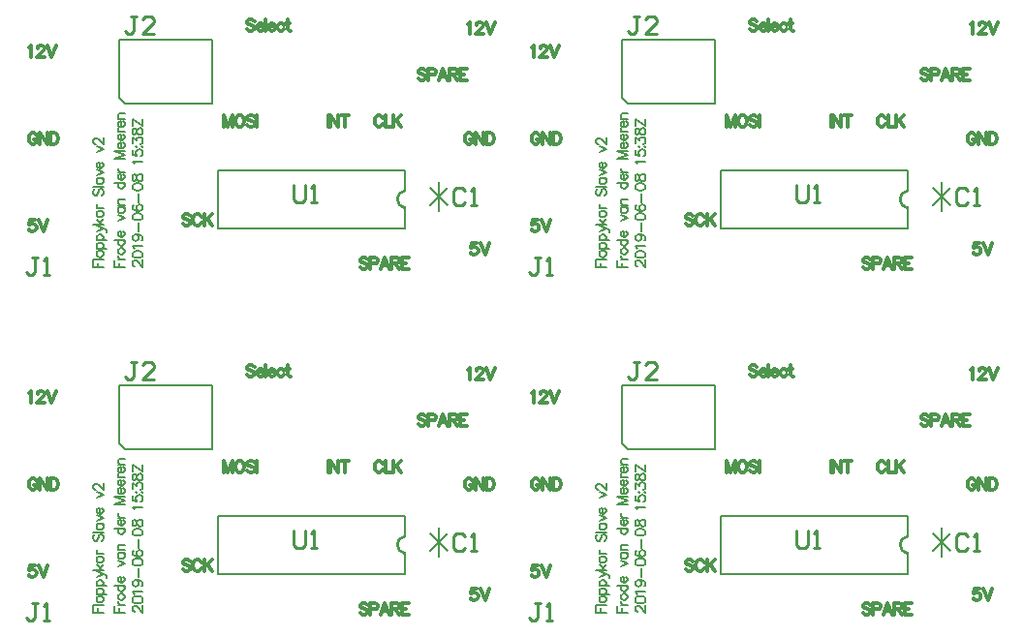
<source format=gto>
G04*
G04 #@! TF.GenerationSoftware,Altium Limited,Altium Designer,18.1.9 (240)*
G04*
G04 Layer_Color=65535*
%FSLAX25Y25*%
%MOIN*%
G70*
G01*
G75*
%ADD16C,0.01000*%
%ADD17C,0.00787*%
%ADD18C,0.01181*%
D16*
X362350Y249850D02*
G03*
X362350Y243850I350J-3000D01*
G01*
X323850Y251849D02*
Y246850D01*
X324850Y245850D01*
X326849D01*
X327849Y246850D01*
Y251849D01*
X329849Y245850D02*
X331848D01*
X330848D01*
Y251849D01*
X329849Y250849D01*
X269849Y309848D02*
X267850D01*
X268849D01*
Y304850D01*
X267850Y303850D01*
X266850D01*
X265850Y304850D01*
X275847Y303850D02*
X271849D01*
X275847Y307849D01*
Y308849D01*
X274848Y309848D01*
X272848D01*
X271849Y308849D01*
X235849Y226864D02*
X233850D01*
X234849D01*
Y221866D01*
X233850Y220866D01*
X232850D01*
X231850Y221866D01*
X237848Y220866D02*
X239848D01*
X238848D01*
Y226864D01*
X237848Y225865D01*
X382849Y249849D02*
X381849Y250849D01*
X379850D01*
X378850Y249849D01*
Y245850D01*
X379850Y244850D01*
X381849D01*
X382849Y245850D01*
X384848Y244850D02*
X386848D01*
X385848D01*
Y250849D01*
X384848Y249849D01*
X535335Y249850D02*
G03*
X535335Y243850I350J-3000D01*
G01*
X496835Y251849D02*
Y246850D01*
X497834Y245850D01*
X499834D01*
X500833Y246850D01*
Y251849D01*
X502833Y245850D02*
X504832D01*
X503832D01*
Y251849D01*
X502833Y250849D01*
X442833Y309848D02*
X440834D01*
X441834D01*
Y304850D01*
X440834Y303850D01*
X439834D01*
X438835Y304850D01*
X448831Y303850D02*
X444833D01*
X448831Y307849D01*
Y308849D01*
X447832Y309848D01*
X445832D01*
X444833Y308849D01*
X408833Y226864D02*
X406834D01*
X407834D01*
Y221866D01*
X406834Y220866D01*
X405834D01*
X404835Y221866D01*
X410833Y220866D02*
X412832D01*
X411832D01*
Y226864D01*
X410833Y225865D01*
X555833Y249849D02*
X554834Y250849D01*
X552834D01*
X551835Y249849D01*
Y245850D01*
X552834Y244850D01*
X554834D01*
X555833Y245850D01*
X557833Y244850D02*
X559832D01*
X558832D01*
Y250849D01*
X557833Y249849D01*
X362350Y368835D02*
G03*
X362350Y362835I350J-3000D01*
G01*
X323850Y370833D02*
Y365834D01*
X324850Y364835D01*
X326849D01*
X327849Y365834D01*
Y370833D01*
X329849Y364835D02*
X331848D01*
X330848D01*
Y370833D01*
X329849Y369833D01*
X269849Y428833D02*
X267850D01*
X268849D01*
Y423834D01*
X267850Y422835D01*
X266850D01*
X265850Y423834D01*
X275847Y422835D02*
X271849D01*
X275847Y426833D01*
Y427833D01*
X274848Y428833D01*
X272848D01*
X271849Y427833D01*
X235849Y345848D02*
X233850D01*
X234849D01*
Y340850D01*
X233850Y339850D01*
X232850D01*
X231850Y340850D01*
X237848Y339850D02*
X239848D01*
X238848D01*
Y345848D01*
X237848Y344849D01*
X382849Y368833D02*
X381849Y369833D01*
X379850D01*
X378850Y368833D01*
Y364834D01*
X379850Y363835D01*
X381849D01*
X382849Y364834D01*
X384848Y363835D02*
X386848D01*
X385848D01*
Y369833D01*
X384848Y368833D01*
X535335Y368835D02*
G03*
X535335Y362835I350J-3000D01*
G01*
X496835Y370833D02*
Y365834D01*
X497834Y364835D01*
X499834D01*
X500833Y365834D01*
Y370833D01*
X502833Y364835D02*
X504832D01*
X503832D01*
Y370833D01*
X502833Y369833D01*
X442833Y428833D02*
X440834D01*
X441834D01*
Y423834D01*
X440834Y422835D01*
X439834D01*
X438835Y423834D01*
X448831Y422835D02*
X444833D01*
X448831Y426833D01*
Y427833D01*
X447832Y428833D01*
X445832D01*
X444833Y427833D01*
X408833Y345848D02*
X406834D01*
X407834D01*
Y340850D01*
X406834Y339850D01*
X405834D01*
X404835Y340850D01*
X410833Y339850D02*
X412832D01*
X411832D01*
Y345848D01*
X410833Y344849D01*
X555833Y368833D02*
X554834Y369833D01*
X552834D01*
X551835Y368833D01*
Y364834D01*
X552834Y363835D01*
X554834D01*
X555833Y364834D01*
X557833Y363835D02*
X559832D01*
X558832D01*
Y369833D01*
X557833Y368833D01*
D17*
X297850Y236850D02*
Y256850D01*
X362350D01*
Y249850D02*
Y256850D01*
Y236850D02*
Y243850D01*
X297850Y236850D02*
X362350D01*
X373850Y242850D02*
Y252850D01*
X370850Y250850D02*
X376850Y244850D01*
X370850D02*
X376850Y250850D01*
X263850Y281850D02*
X265850Y279850D01*
X295850D01*
Y301850D01*
X263850D02*
X295850D01*
X263850Y281850D02*
Y301850D01*
X255058Y223638D02*
X258600D01*
X255058D02*
Y225831D01*
X256745Y223638D02*
Y224987D01*
X255058Y226236D02*
X258600D01*
X256239Y227821D02*
X256407Y227484D01*
X256745Y227147D01*
X257251Y226978D01*
X257588D01*
X258094Y227147D01*
X258432Y227484D01*
X258600Y227821D01*
Y228327D01*
X258432Y228665D01*
X258094Y229002D01*
X257588Y229171D01*
X257251D01*
X256745Y229002D01*
X256407Y228665D01*
X256239Y228327D01*
Y227821D01*
Y229947D02*
X259781D01*
X256745D02*
X256407Y230284D01*
X256239Y230622D01*
Y231128D01*
X256407Y231465D01*
X256745Y231803D01*
X257251Y231971D01*
X257588D01*
X258094Y231803D01*
X258432Y231465D01*
X258600Y231128D01*
Y230622D01*
X258432Y230284D01*
X258094Y229947D01*
X256239Y232730D02*
X259781D01*
X256745D02*
X256407Y233068D01*
X256239Y233405D01*
Y233911D01*
X256407Y234249D01*
X256745Y234586D01*
X257251Y234755D01*
X257588D01*
X258094Y234586D01*
X258432Y234249D01*
X258600Y233911D01*
Y233405D01*
X258432Y233068D01*
X258094Y232730D01*
X256239Y235683D02*
X258600Y236695D01*
X256239Y237707D02*
X258600Y236695D01*
X259275Y236357D01*
X259613Y236020D01*
X259781Y235683D01*
Y235514D01*
X255058Y238297D02*
X258600D01*
X256239Y239984D02*
X257926Y238297D01*
X257251Y238972D02*
X258600Y240153D01*
X256239Y241553D02*
X256407Y241216D01*
X256745Y240878D01*
X257251Y240709D01*
X257588D01*
X258094Y240878D01*
X258432Y241216D01*
X258600Y241553D01*
Y242059D01*
X258432Y242396D01*
X258094Y242734D01*
X257588Y242902D01*
X257251D01*
X256745Y242734D01*
X256407Y242396D01*
X256239Y242059D01*
Y241553D01*
Y243678D02*
X258600D01*
X257251D02*
X256745Y243847D01*
X256407Y244185D01*
X256239Y244522D01*
Y245028D01*
X255564Y250494D02*
X255227Y250156D01*
X255058Y249650D01*
Y248975D01*
X255227Y248469D01*
X255564Y248132D01*
X255901D01*
X256239Y248301D01*
X256407Y248469D01*
X256576Y248807D01*
X256914Y249819D01*
X257082Y250156D01*
X257251Y250325D01*
X257588Y250494D01*
X258094D01*
X258432Y250156D01*
X258600Y249650D01*
Y248975D01*
X258432Y248469D01*
X258094Y248132D01*
X255058Y251287D02*
X258600D01*
X256239Y254053D02*
X258600D01*
X256745D02*
X256407Y253716D01*
X256239Y253378D01*
Y252872D01*
X256407Y252535D01*
X256745Y252198D01*
X257251Y252029D01*
X257588D01*
X258094Y252198D01*
X258432Y252535D01*
X258600Y252872D01*
Y253378D01*
X258432Y253716D01*
X258094Y254053D01*
X256239Y254998D02*
X258600Y256010D01*
X256239Y257022D02*
X258600Y256010D01*
X257251Y257596D02*
Y259620D01*
X256914D01*
X256576Y259451D01*
X256407Y259283D01*
X256239Y258945D01*
Y258439D01*
X256407Y258102D01*
X256745Y257764D01*
X257251Y257596D01*
X257588D01*
X258094Y257764D01*
X258432Y258102D01*
X258600Y258439D01*
Y258945D01*
X258432Y259283D01*
X258094Y259620D01*
X256239Y263162D02*
X258600Y264175D01*
X256239Y265187D02*
X258600Y264175D01*
X255901Y265929D02*
X255733D01*
X255395Y266098D01*
X255227Y266266D01*
X255058Y266604D01*
Y267279D01*
X255227Y267616D01*
X255395Y267785D01*
X255733Y267953D01*
X256070D01*
X256407Y267785D01*
X256914Y267447D01*
X258600Y265760D01*
Y268122D01*
X262380Y223638D02*
X265922D01*
X262380D02*
Y225831D01*
X264067Y223638D02*
Y224987D01*
X263561Y226236D02*
X265922D01*
X264573D02*
X264067Y226404D01*
X263729Y226742D01*
X263561Y227079D01*
Y227585D01*
Y228749D02*
X263729Y228412D01*
X264067Y228074D01*
X264573Y227906D01*
X264910D01*
X265416Y228074D01*
X265754Y228412D01*
X265922Y228749D01*
Y229255D01*
X265754Y229593D01*
X265416Y229930D01*
X264910Y230099D01*
X264573D01*
X264067Y229930D01*
X263729Y229593D01*
X263561Y229255D01*
Y228749D01*
X262380Y232899D02*
X265922D01*
X264067D02*
X263729Y232562D01*
X263561Y232224D01*
Y231718D01*
X263729Y231381D01*
X264067Y231043D01*
X264573Y230875D01*
X264910D01*
X265416Y231043D01*
X265754Y231381D01*
X265922Y231718D01*
Y232224D01*
X265754Y232562D01*
X265416Y232899D01*
X264573Y233844D02*
Y235868D01*
X264235D01*
X263898Y235699D01*
X263729Y235531D01*
X263561Y235193D01*
Y234687D01*
X263729Y234350D01*
X264067Y234012D01*
X264573Y233844D01*
X264910D01*
X265416Y234012D01*
X265754Y234350D01*
X265922Y234687D01*
Y235193D01*
X265754Y235531D01*
X265416Y235868D01*
X263561Y239411D02*
X265922Y240423D01*
X263561Y241435D02*
X265922Y240423D01*
X263561Y244033D02*
X265922D01*
X264067D02*
X263729Y243695D01*
X263561Y243358D01*
Y242852D01*
X263729Y242514D01*
X264067Y242177D01*
X264573Y242008D01*
X264910D01*
X265416Y242177D01*
X265754Y242514D01*
X265922Y242852D01*
Y243358D01*
X265754Y243695D01*
X265416Y244033D01*
X263561Y244977D02*
X265922D01*
X264235D02*
X263729Y245483D01*
X263561Y245821D01*
Y246327D01*
X263729Y246664D01*
X264235Y246833D01*
X265922D01*
X262380Y252569D02*
X265922D01*
X264067D02*
X263729Y252231D01*
X263561Y251894D01*
Y251388D01*
X263729Y251050D01*
X264067Y250713D01*
X264573Y250544D01*
X264910D01*
X265416Y250713D01*
X265754Y251050D01*
X265922Y251388D01*
Y251894D01*
X265754Y252231D01*
X265416Y252569D01*
X264573Y253513D02*
Y255538D01*
X264235D01*
X263898Y255369D01*
X263729Y255200D01*
X263561Y254863D01*
Y254357D01*
X263729Y254019D01*
X264067Y253682D01*
X264573Y253513D01*
X264910D01*
X265416Y253682D01*
X265754Y254019D01*
X265922Y254357D01*
Y254863D01*
X265754Y255200D01*
X265416Y255538D01*
X263561Y256297D02*
X265922D01*
X264573D02*
X264067Y256465D01*
X263729Y256803D01*
X263561Y257140D01*
Y257646D01*
X262380Y260750D02*
X265922D01*
X262380D02*
X265922Y262100D01*
X262380Y263449D02*
X265922Y262100D01*
X262380Y263449D02*
X265922D01*
X264573Y264461D02*
Y266486D01*
X264235D01*
X263898Y266317D01*
X263729Y266148D01*
X263561Y265811D01*
Y265305D01*
X263729Y264967D01*
X264067Y264630D01*
X264573Y264461D01*
X264910D01*
X265416Y264630D01*
X265754Y264967D01*
X265922Y265305D01*
Y265811D01*
X265754Y266148D01*
X265416Y266486D01*
X264573Y267245D02*
Y269269D01*
X264235D01*
X263898Y269100D01*
X263729Y268932D01*
X263561Y268594D01*
Y268088D01*
X263729Y267751D01*
X264067Y267413D01*
X264573Y267245D01*
X264910D01*
X265416Y267413D01*
X265754Y267751D01*
X265922Y268088D01*
Y268594D01*
X265754Y268932D01*
X265416Y269269D01*
X263561Y270028D02*
X265922D01*
X264573D02*
X264067Y270197D01*
X263729Y270534D01*
X263561Y270872D01*
Y271378D01*
X264573Y271698D02*
Y273723D01*
X264235D01*
X263898Y273554D01*
X263729Y273385D01*
X263561Y273048D01*
Y272542D01*
X263729Y272204D01*
X264067Y271867D01*
X264573Y271698D01*
X264910D01*
X265416Y271867D01*
X265754Y272204D01*
X265922Y272542D01*
Y273048D01*
X265754Y273385D01*
X265416Y273723D01*
X263561Y274482D02*
X265922D01*
X264235D02*
X263729Y274988D01*
X263561Y275325D01*
Y275831D01*
X263729Y276169D01*
X264235Y276337D01*
X265922D01*
X269364Y223807D02*
X269195D01*
X268858Y223975D01*
X268689Y224144D01*
X268520Y224481D01*
Y225156D01*
X268689Y225493D01*
X268858Y225662D01*
X269195Y225831D01*
X269533D01*
X269870Y225662D01*
X270376Y225325D01*
X272063Y223638D01*
Y225999D01*
X268520Y227804D02*
X268689Y227298D01*
X269195Y226961D01*
X270039Y226792D01*
X270545D01*
X271388Y226961D01*
X271894Y227298D01*
X272063Y227804D01*
Y228142D01*
X271894Y228648D01*
X271388Y228985D01*
X270545Y229154D01*
X270039D01*
X269195Y228985D01*
X268689Y228648D01*
X268520Y228142D01*
Y227804D01*
X269195Y229947D02*
X269026Y230284D01*
X268520Y230790D01*
X272063D01*
X269701Y234738D02*
X270207Y234569D01*
X270545Y234232D01*
X270713Y233726D01*
Y233557D01*
X270545Y233051D01*
X270207Y232714D01*
X269701Y232545D01*
X269533D01*
X269026Y232714D01*
X268689Y233051D01*
X268520Y233557D01*
Y233726D01*
X268689Y234232D01*
X269026Y234569D01*
X269701Y234738D01*
X270545D01*
X271388Y234569D01*
X271894Y234232D01*
X272063Y233726D01*
Y233388D01*
X271894Y232882D01*
X271557Y232714D01*
X270545Y235699D02*
Y238736D01*
X268520Y240794D02*
X268689Y240288D01*
X269195Y239950D01*
X270039Y239782D01*
X270545D01*
X271388Y239950D01*
X271894Y240288D01*
X272063Y240794D01*
Y241131D01*
X271894Y241637D01*
X271388Y241975D01*
X270545Y242143D01*
X270039D01*
X269195Y241975D01*
X268689Y241637D01*
X268520Y241131D01*
Y240794D01*
X269026Y244961D02*
X268689Y244792D01*
X268520Y244286D01*
Y243948D01*
X268689Y243442D01*
X269195Y243105D01*
X270039Y242936D01*
X270882D01*
X271557Y243105D01*
X271894Y243442D01*
X272063Y243948D01*
Y244117D01*
X271894Y244623D01*
X271557Y244961D01*
X271051Y245129D01*
X270882D01*
X270376Y244961D01*
X270039Y244623D01*
X269870Y244117D01*
Y243948D01*
X270039Y243442D01*
X270376Y243105D01*
X270882Y242936D01*
X270545Y245905D02*
Y248942D01*
X268520Y251000D02*
X268689Y250494D01*
X269195Y250156D01*
X270039Y249988D01*
X270545D01*
X271388Y250156D01*
X271894Y250494D01*
X272063Y251000D01*
Y251337D01*
X271894Y251843D01*
X271388Y252181D01*
X270545Y252349D01*
X270039D01*
X269195Y252181D01*
X268689Y251843D01*
X268520Y251337D01*
Y251000D01*
Y253986D02*
X268689Y253480D01*
X269026Y253311D01*
X269364D01*
X269701Y253480D01*
X269870Y253817D01*
X270039Y254492D01*
X270207Y254998D01*
X270545Y255335D01*
X270882Y255504D01*
X271388D01*
X271726Y255335D01*
X271894Y255167D01*
X272063Y254660D01*
Y253986D01*
X271894Y253480D01*
X271726Y253311D01*
X271388Y253142D01*
X270882D01*
X270545Y253311D01*
X270207Y253648D01*
X270039Y254154D01*
X269870Y254829D01*
X269701Y255167D01*
X269364Y255335D01*
X269026D01*
X268689Y255167D01*
X268520Y254660D01*
Y253986D01*
X269195Y259080D02*
X269026Y259418D01*
X268520Y259924D01*
X272063D01*
X268520Y263702D02*
Y262015D01*
X270039Y261847D01*
X269870Y262015D01*
X269701Y262522D01*
Y263028D01*
X269870Y263534D01*
X270207Y263871D01*
X270713Y264040D01*
X271051D01*
X271557Y263871D01*
X271894Y263534D01*
X272063Y263028D01*
Y262522D01*
X271894Y262015D01*
X271726Y261847D01*
X271388Y261678D01*
X269701Y265001D02*
X269870Y264833D01*
X270039Y265001D01*
X269870Y265170D01*
X269701Y265001D01*
X271726D02*
X271894Y264833D01*
X272063Y265001D01*
X271894Y265170D01*
X271726Y265001D01*
X268520Y266283D02*
Y268139D01*
X269870Y267127D01*
Y267633D01*
X270039Y267970D01*
X270207Y268139D01*
X270713Y268308D01*
X271051D01*
X271557Y268139D01*
X271894Y267802D01*
X272063Y267296D01*
Y266789D01*
X271894Y266283D01*
X271726Y266115D01*
X271388Y265946D01*
X268520Y269944D02*
X268689Y269438D01*
X269026Y269269D01*
X269364D01*
X269701Y269438D01*
X269870Y269775D01*
X270039Y270450D01*
X270207Y270956D01*
X270545Y271294D01*
X270882Y271462D01*
X271388D01*
X271726Y271294D01*
X271894Y271125D01*
X272063Y270619D01*
Y269944D01*
X271894Y269438D01*
X271726Y269269D01*
X271388Y269100D01*
X270882D01*
X270545Y269269D01*
X270207Y269607D01*
X270039Y270113D01*
X269870Y270788D01*
X269701Y271125D01*
X269364Y271294D01*
X269026D01*
X268689Y271125D01*
X268520Y270619D01*
Y269944D01*
Y274617D02*
X272063Y272255D01*
X268520D02*
Y274617D01*
X272063Y272255D02*
Y274617D01*
X470835Y236850D02*
Y256850D01*
X535335D01*
Y249850D02*
Y256850D01*
Y236850D02*
Y243850D01*
X470835Y236850D02*
X535335D01*
X546835Y242850D02*
Y252850D01*
X543835Y250850D02*
X549835Y244850D01*
X543835D02*
X549835Y250850D01*
X436835Y281850D02*
X438835Y279850D01*
X468835D01*
Y301850D01*
X436835D02*
X468835D01*
X436835Y281850D02*
Y301850D01*
X428042Y223638D02*
X431585D01*
X428042D02*
Y225831D01*
X429729Y223638D02*
Y224987D01*
X428042Y226236D02*
X431585D01*
X429223Y227821D02*
X429392Y227484D01*
X429729Y227147D01*
X430235Y226978D01*
X430573D01*
X431079Y227147D01*
X431416Y227484D01*
X431585Y227821D01*
Y228327D01*
X431416Y228665D01*
X431079Y229002D01*
X430573Y229171D01*
X430235D01*
X429729Y229002D01*
X429392Y228665D01*
X429223Y228327D01*
Y227821D01*
Y229947D02*
X432766D01*
X429729D02*
X429392Y230284D01*
X429223Y230622D01*
Y231128D01*
X429392Y231465D01*
X429729Y231803D01*
X430235Y231971D01*
X430573D01*
X431079Y231803D01*
X431416Y231465D01*
X431585Y231128D01*
Y230622D01*
X431416Y230284D01*
X431079Y229947D01*
X429223Y232730D02*
X432766D01*
X429729D02*
X429392Y233068D01*
X429223Y233405D01*
Y233911D01*
X429392Y234249D01*
X429729Y234586D01*
X430235Y234755D01*
X430573D01*
X431079Y234586D01*
X431416Y234249D01*
X431585Y233911D01*
Y233405D01*
X431416Y233068D01*
X431079Y232730D01*
X429223Y235683D02*
X431585Y236695D01*
X429223Y237707D02*
X431585Y236695D01*
X432260Y236357D01*
X432597Y236020D01*
X432766Y235683D01*
Y235514D01*
X428042Y238297D02*
X431585D01*
X429223Y239984D02*
X430910Y238297D01*
X430235Y238972D02*
X431585Y240153D01*
X429223Y241553D02*
X429392Y241216D01*
X429729Y240878D01*
X430235Y240709D01*
X430573D01*
X431079Y240878D01*
X431416Y241216D01*
X431585Y241553D01*
Y242059D01*
X431416Y242396D01*
X431079Y242734D01*
X430573Y242902D01*
X430235D01*
X429729Y242734D01*
X429392Y242396D01*
X429223Y242059D01*
Y241553D01*
Y243678D02*
X431585D01*
X430235D02*
X429729Y243847D01*
X429392Y244185D01*
X429223Y244522D01*
Y245028D01*
X428548Y250494D02*
X428211Y250156D01*
X428042Y249650D01*
Y248975D01*
X428211Y248469D01*
X428548Y248132D01*
X428886D01*
X429223Y248301D01*
X429392Y248469D01*
X429560Y248807D01*
X429898Y249819D01*
X430066Y250156D01*
X430235Y250325D01*
X430573Y250494D01*
X431079D01*
X431416Y250156D01*
X431585Y249650D01*
Y248975D01*
X431416Y248469D01*
X431079Y248132D01*
X428042Y251287D02*
X431585D01*
X429223Y254053D02*
X431585D01*
X429729D02*
X429392Y253716D01*
X429223Y253378D01*
Y252872D01*
X429392Y252535D01*
X429729Y252198D01*
X430235Y252029D01*
X430573D01*
X431079Y252198D01*
X431416Y252535D01*
X431585Y252872D01*
Y253378D01*
X431416Y253716D01*
X431079Y254053D01*
X429223Y254998D02*
X431585Y256010D01*
X429223Y257022D02*
X431585Y256010D01*
X430235Y257596D02*
Y259620D01*
X429898D01*
X429560Y259451D01*
X429392Y259283D01*
X429223Y258945D01*
Y258439D01*
X429392Y258102D01*
X429729Y257764D01*
X430235Y257596D01*
X430573D01*
X431079Y257764D01*
X431416Y258102D01*
X431585Y258439D01*
Y258945D01*
X431416Y259283D01*
X431079Y259620D01*
X429223Y263162D02*
X431585Y264175D01*
X429223Y265187D02*
X431585Y264175D01*
X428886Y265929D02*
X428717D01*
X428380Y266098D01*
X428211Y266266D01*
X428042Y266604D01*
Y267279D01*
X428211Y267616D01*
X428380Y267785D01*
X428717Y267953D01*
X429054D01*
X429392Y267785D01*
X429898Y267447D01*
X431585Y265760D01*
Y268122D01*
X435364Y223638D02*
X438906D01*
X435364D02*
Y225831D01*
X437051Y223638D02*
Y224987D01*
X436545Y226236D02*
X438906D01*
X437557D02*
X437051Y226404D01*
X436713Y226742D01*
X436545Y227079D01*
Y227585D01*
Y228749D02*
X436713Y228412D01*
X437051Y228074D01*
X437557Y227906D01*
X437894D01*
X438400Y228074D01*
X438738Y228412D01*
X438906Y228749D01*
Y229255D01*
X438738Y229593D01*
X438400Y229930D01*
X437894Y230099D01*
X437557D01*
X437051Y229930D01*
X436713Y229593D01*
X436545Y229255D01*
Y228749D01*
X435364Y232899D02*
X438906D01*
X437051D02*
X436713Y232562D01*
X436545Y232224D01*
Y231718D01*
X436713Y231381D01*
X437051Y231043D01*
X437557Y230875D01*
X437894D01*
X438400Y231043D01*
X438738Y231381D01*
X438906Y231718D01*
Y232224D01*
X438738Y232562D01*
X438400Y232899D01*
X437557Y233844D02*
Y235868D01*
X437219D01*
X436882Y235699D01*
X436713Y235531D01*
X436545Y235193D01*
Y234687D01*
X436713Y234350D01*
X437051Y234012D01*
X437557Y233844D01*
X437894D01*
X438400Y234012D01*
X438738Y234350D01*
X438906Y234687D01*
Y235193D01*
X438738Y235531D01*
X438400Y235868D01*
X436545Y239411D02*
X438906Y240423D01*
X436545Y241435D02*
X438906Y240423D01*
X436545Y244033D02*
X438906D01*
X437051D02*
X436713Y243695D01*
X436545Y243358D01*
Y242852D01*
X436713Y242514D01*
X437051Y242177D01*
X437557Y242008D01*
X437894D01*
X438400Y242177D01*
X438738Y242514D01*
X438906Y242852D01*
Y243358D01*
X438738Y243695D01*
X438400Y244033D01*
X436545Y244977D02*
X438906D01*
X437219D02*
X436713Y245483D01*
X436545Y245821D01*
Y246327D01*
X436713Y246664D01*
X437219Y246833D01*
X438906D01*
X435364Y252569D02*
X438906D01*
X437051D02*
X436713Y252231D01*
X436545Y251894D01*
Y251388D01*
X436713Y251050D01*
X437051Y250713D01*
X437557Y250544D01*
X437894D01*
X438400Y250713D01*
X438738Y251050D01*
X438906Y251388D01*
Y251894D01*
X438738Y252231D01*
X438400Y252569D01*
X437557Y253513D02*
Y255538D01*
X437219D01*
X436882Y255369D01*
X436713Y255200D01*
X436545Y254863D01*
Y254357D01*
X436713Y254019D01*
X437051Y253682D01*
X437557Y253513D01*
X437894D01*
X438400Y253682D01*
X438738Y254019D01*
X438906Y254357D01*
Y254863D01*
X438738Y255200D01*
X438400Y255538D01*
X436545Y256297D02*
X438906D01*
X437557D02*
X437051Y256465D01*
X436713Y256803D01*
X436545Y257140D01*
Y257646D01*
X435364Y260750D02*
X438906D01*
X435364D02*
X438906Y262100D01*
X435364Y263449D02*
X438906Y262100D01*
X435364Y263449D02*
X438906D01*
X437557Y264461D02*
Y266486D01*
X437219D01*
X436882Y266317D01*
X436713Y266148D01*
X436545Y265811D01*
Y265305D01*
X436713Y264967D01*
X437051Y264630D01*
X437557Y264461D01*
X437894D01*
X438400Y264630D01*
X438738Y264967D01*
X438906Y265305D01*
Y265811D01*
X438738Y266148D01*
X438400Y266486D01*
X437557Y267245D02*
Y269269D01*
X437219D01*
X436882Y269100D01*
X436713Y268932D01*
X436545Y268594D01*
Y268088D01*
X436713Y267751D01*
X437051Y267413D01*
X437557Y267245D01*
X437894D01*
X438400Y267413D01*
X438738Y267751D01*
X438906Y268088D01*
Y268594D01*
X438738Y268932D01*
X438400Y269269D01*
X436545Y270028D02*
X438906D01*
X437557D02*
X437051Y270197D01*
X436713Y270534D01*
X436545Y270872D01*
Y271378D01*
X437557Y271698D02*
Y273723D01*
X437219D01*
X436882Y273554D01*
X436713Y273385D01*
X436545Y273048D01*
Y272542D01*
X436713Y272204D01*
X437051Y271867D01*
X437557Y271698D01*
X437894D01*
X438400Y271867D01*
X438738Y272204D01*
X438906Y272542D01*
Y273048D01*
X438738Y273385D01*
X438400Y273723D01*
X436545Y274482D02*
X438906D01*
X437219D02*
X436713Y274988D01*
X436545Y275325D01*
Y275831D01*
X436713Y276169D01*
X437219Y276337D01*
X438906D01*
X442348Y223807D02*
X442179D01*
X441842Y223975D01*
X441673Y224144D01*
X441505Y224481D01*
Y225156D01*
X441673Y225493D01*
X441842Y225662D01*
X442179Y225831D01*
X442517D01*
X442854Y225662D01*
X443360Y225325D01*
X445047Y223638D01*
Y225999D01*
X441505Y227804D02*
X441673Y227298D01*
X442179Y226961D01*
X443023Y226792D01*
X443529D01*
X444373Y226961D01*
X444878Y227298D01*
X445047Y227804D01*
Y228142D01*
X444878Y228648D01*
X444373Y228985D01*
X443529Y229154D01*
X443023D01*
X442179Y228985D01*
X441673Y228648D01*
X441505Y228142D01*
Y227804D01*
X442179Y229947D02*
X442011Y230284D01*
X441505Y230790D01*
X445047D01*
X442686Y234738D02*
X443192Y234569D01*
X443529Y234232D01*
X443698Y233726D01*
Y233557D01*
X443529Y233051D01*
X443192Y232714D01*
X442686Y232545D01*
X442517D01*
X442011Y232714D01*
X441673Y233051D01*
X441505Y233557D01*
Y233726D01*
X441673Y234232D01*
X442011Y234569D01*
X442686Y234738D01*
X443529D01*
X444373Y234569D01*
X444878Y234232D01*
X445047Y233726D01*
Y233388D01*
X444878Y232882D01*
X444541Y232714D01*
X443529Y235699D02*
Y238736D01*
X441505Y240794D02*
X441673Y240288D01*
X442179Y239950D01*
X443023Y239782D01*
X443529D01*
X444373Y239950D01*
X444878Y240288D01*
X445047Y240794D01*
Y241131D01*
X444878Y241637D01*
X444373Y241975D01*
X443529Y242143D01*
X443023D01*
X442179Y241975D01*
X441673Y241637D01*
X441505Y241131D01*
Y240794D01*
X442011Y244961D02*
X441673Y244792D01*
X441505Y244286D01*
Y243948D01*
X441673Y243442D01*
X442179Y243105D01*
X443023Y242936D01*
X443866D01*
X444541Y243105D01*
X444878Y243442D01*
X445047Y243948D01*
Y244117D01*
X444878Y244623D01*
X444541Y244961D01*
X444035Y245129D01*
X443866D01*
X443360Y244961D01*
X443023Y244623D01*
X442854Y244117D01*
Y243948D01*
X443023Y243442D01*
X443360Y243105D01*
X443866Y242936D01*
X443529Y245905D02*
Y248942D01*
X441505Y251000D02*
X441673Y250494D01*
X442179Y250156D01*
X443023Y249988D01*
X443529D01*
X444373Y250156D01*
X444878Y250494D01*
X445047Y251000D01*
Y251337D01*
X444878Y251843D01*
X444373Y252181D01*
X443529Y252349D01*
X443023D01*
X442179Y252181D01*
X441673Y251843D01*
X441505Y251337D01*
Y251000D01*
Y253986D02*
X441673Y253480D01*
X442011Y253311D01*
X442348D01*
X442686Y253480D01*
X442854Y253817D01*
X443023Y254492D01*
X443192Y254998D01*
X443529Y255335D01*
X443866Y255504D01*
X444373D01*
X444710Y255335D01*
X444878Y255167D01*
X445047Y254660D01*
Y253986D01*
X444878Y253480D01*
X444710Y253311D01*
X444373Y253142D01*
X443866D01*
X443529Y253311D01*
X443192Y253648D01*
X443023Y254154D01*
X442854Y254829D01*
X442686Y255167D01*
X442348Y255335D01*
X442011D01*
X441673Y255167D01*
X441505Y254660D01*
Y253986D01*
X442179Y259080D02*
X442011Y259418D01*
X441505Y259924D01*
X445047D01*
X441505Y263702D02*
Y262015D01*
X443023Y261847D01*
X442854Y262015D01*
X442686Y262522D01*
Y263028D01*
X442854Y263534D01*
X443192Y263871D01*
X443698Y264040D01*
X444035D01*
X444541Y263871D01*
X444878Y263534D01*
X445047Y263028D01*
Y262522D01*
X444878Y262015D01*
X444710Y261847D01*
X444373Y261678D01*
X442686Y265001D02*
X442854Y264833D01*
X443023Y265001D01*
X442854Y265170D01*
X442686Y265001D01*
X444710D02*
X444878Y264833D01*
X445047Y265001D01*
X444878Y265170D01*
X444710Y265001D01*
X441505Y266283D02*
Y268139D01*
X442854Y267127D01*
Y267633D01*
X443023Y267970D01*
X443192Y268139D01*
X443698Y268308D01*
X444035D01*
X444541Y268139D01*
X444878Y267802D01*
X445047Y267296D01*
Y266789D01*
X444878Y266283D01*
X444710Y266115D01*
X444373Y265946D01*
X441505Y269944D02*
X441673Y269438D01*
X442011Y269269D01*
X442348D01*
X442686Y269438D01*
X442854Y269775D01*
X443023Y270450D01*
X443192Y270956D01*
X443529Y271294D01*
X443866Y271462D01*
X444373D01*
X444710Y271294D01*
X444878Y271125D01*
X445047Y270619D01*
Y269944D01*
X444878Y269438D01*
X444710Y269269D01*
X444373Y269100D01*
X443866D01*
X443529Y269269D01*
X443192Y269607D01*
X443023Y270113D01*
X442854Y270788D01*
X442686Y271125D01*
X442348Y271294D01*
X442011D01*
X441673Y271125D01*
X441505Y270619D01*
Y269944D01*
Y274617D02*
X445047Y272255D01*
X441505D02*
Y274617D01*
X445047Y272255D02*
Y274617D01*
X297850Y355835D02*
Y375835D01*
X362350D01*
Y368835D02*
Y375835D01*
Y355835D02*
Y362835D01*
X297850Y355835D02*
X362350D01*
X373850Y361835D02*
Y371835D01*
X370850Y369835D02*
X376850Y363835D01*
X370850D02*
X376850Y369835D01*
X263850Y400835D02*
X265850Y398835D01*
X295850D01*
Y420835D01*
X263850D02*
X295850D01*
X263850Y400835D02*
Y420835D01*
X255058Y342622D02*
X258600D01*
X255058D02*
Y344815D01*
X256745Y342622D02*
Y343972D01*
X255058Y345220D02*
X258600D01*
X256239Y346806D02*
X256407Y346468D01*
X256745Y346131D01*
X257251Y345962D01*
X257588D01*
X258094Y346131D01*
X258432Y346468D01*
X258600Y346806D01*
Y347312D01*
X258432Y347649D01*
X258094Y347987D01*
X257588Y348155D01*
X257251D01*
X256745Y347987D01*
X256407Y347649D01*
X256239Y347312D01*
Y346806D01*
Y348931D02*
X259781D01*
X256745D02*
X256407Y349269D01*
X256239Y349606D01*
Y350112D01*
X256407Y350449D01*
X256745Y350787D01*
X257251Y350956D01*
X257588D01*
X258094Y350787D01*
X258432Y350449D01*
X258600Y350112D01*
Y349606D01*
X258432Y349269D01*
X258094Y348931D01*
X256239Y351715D02*
X259781D01*
X256745D02*
X256407Y352052D01*
X256239Y352389D01*
Y352895D01*
X256407Y353233D01*
X256745Y353570D01*
X257251Y353739D01*
X257588D01*
X258094Y353570D01*
X258432Y353233D01*
X258600Y352895D01*
Y352389D01*
X258432Y352052D01*
X258094Y351715D01*
X256239Y354667D02*
X258600Y355679D01*
X256239Y356691D02*
X258600Y355679D01*
X259275Y355342D01*
X259613Y355004D01*
X259781Y354667D01*
Y354498D01*
X255058Y357281D02*
X258600D01*
X256239Y358968D02*
X257926Y357281D01*
X257251Y357956D02*
X258600Y359137D01*
X256239Y360537D02*
X256407Y360200D01*
X256745Y359862D01*
X257251Y359694D01*
X257588D01*
X258094Y359862D01*
X258432Y360200D01*
X258600Y360537D01*
Y361043D01*
X258432Y361381D01*
X258094Y361718D01*
X257588Y361887D01*
X257251D01*
X256745Y361718D01*
X256407Y361381D01*
X256239Y361043D01*
Y360537D01*
Y362663D02*
X258600D01*
X257251D02*
X256745Y362831D01*
X256407Y363169D01*
X256239Y363506D01*
Y364012D01*
X255564Y369478D02*
X255227Y369141D01*
X255058Y368635D01*
Y367960D01*
X255227Y367454D01*
X255564Y367116D01*
X255901D01*
X256239Y367285D01*
X256407Y367454D01*
X256576Y367791D01*
X256914Y368803D01*
X257082Y369141D01*
X257251Y369309D01*
X257588Y369478D01*
X258094D01*
X258432Y369141D01*
X258600Y368635D01*
Y367960D01*
X258432Y367454D01*
X258094Y367116D01*
X255058Y370271D02*
X258600D01*
X256239Y373037D02*
X258600D01*
X256745D02*
X256407Y372700D01*
X256239Y372363D01*
Y371856D01*
X256407Y371519D01*
X256745Y371182D01*
X257251Y371013D01*
X257588D01*
X258094Y371182D01*
X258432Y371519D01*
X258600Y371856D01*
Y372363D01*
X258432Y372700D01*
X258094Y373037D01*
X256239Y373982D02*
X258600Y374994D01*
X256239Y376006D02*
X258600Y374994D01*
X257251Y376580D02*
Y378604D01*
X256914D01*
X256576Y378435D01*
X256407Y378267D01*
X256239Y377929D01*
Y377423D01*
X256407Y377086D01*
X256745Y376749D01*
X257251Y376580D01*
X257588D01*
X258094Y376749D01*
X258432Y377086D01*
X258600Y377423D01*
Y377929D01*
X258432Y378267D01*
X258094Y378604D01*
X256239Y382147D02*
X258600Y383159D01*
X256239Y384171D02*
X258600Y383159D01*
X255901Y384913D02*
X255733D01*
X255395Y385082D01*
X255227Y385251D01*
X255058Y385588D01*
Y386263D01*
X255227Y386600D01*
X255395Y386769D01*
X255733Y386938D01*
X256070D01*
X256407Y386769D01*
X256914Y386432D01*
X258600Y384745D01*
Y387106D01*
X262380Y342622D02*
X265922D01*
X262380D02*
Y344815D01*
X264067Y342622D02*
Y343972D01*
X263561Y345220D02*
X265922D01*
X264573D02*
X264067Y345389D01*
X263729Y345726D01*
X263561Y346063D01*
Y346569D01*
Y347733D02*
X263729Y347396D01*
X264067Y347059D01*
X264573Y346890D01*
X264910D01*
X265416Y347059D01*
X265754Y347396D01*
X265922Y347733D01*
Y348239D01*
X265754Y348577D01*
X265416Y348914D01*
X264910Y349083D01*
X264573D01*
X264067Y348914D01*
X263729Y348577D01*
X263561Y348239D01*
Y347733D01*
X262380Y351883D02*
X265922D01*
X264067D02*
X263729Y351546D01*
X263561Y351208D01*
Y350702D01*
X263729Y350365D01*
X264067Y350028D01*
X264573Y349859D01*
X264910D01*
X265416Y350028D01*
X265754Y350365D01*
X265922Y350702D01*
Y351208D01*
X265754Y351546D01*
X265416Y351883D01*
X264573Y352828D02*
Y354852D01*
X264235D01*
X263898Y354684D01*
X263729Y354515D01*
X263561Y354177D01*
Y353671D01*
X263729Y353334D01*
X264067Y352997D01*
X264573Y352828D01*
X264910D01*
X265416Y352997D01*
X265754Y353334D01*
X265922Y353671D01*
Y354177D01*
X265754Y354515D01*
X265416Y354852D01*
X263561Y358395D02*
X265922Y359407D01*
X263561Y360419D02*
X265922Y359407D01*
X263561Y363017D02*
X265922D01*
X264067D02*
X263729Y362680D01*
X263561Y362342D01*
Y361836D01*
X263729Y361499D01*
X264067Y361161D01*
X264573Y360993D01*
X264910D01*
X265416Y361161D01*
X265754Y361499D01*
X265922Y361836D01*
Y362342D01*
X265754Y362680D01*
X265416Y363017D01*
X263561Y363962D02*
X265922D01*
X264235D02*
X263729Y364468D01*
X263561Y364805D01*
Y365311D01*
X263729Y365649D01*
X264235Y365817D01*
X265922D01*
X262380Y371553D02*
X265922D01*
X264067D02*
X263729Y371216D01*
X263561Y370878D01*
Y370372D01*
X263729Y370035D01*
X264067Y369697D01*
X264573Y369529D01*
X264910D01*
X265416Y369697D01*
X265754Y370035D01*
X265922Y370372D01*
Y370878D01*
X265754Y371216D01*
X265416Y371553D01*
X264573Y372498D02*
Y374522D01*
X264235D01*
X263898Y374353D01*
X263729Y374184D01*
X263561Y373847D01*
Y373341D01*
X263729Y373004D01*
X264067Y372666D01*
X264573Y372498D01*
X264910D01*
X265416Y372666D01*
X265754Y373004D01*
X265922Y373341D01*
Y373847D01*
X265754Y374184D01*
X265416Y374522D01*
X263561Y375281D02*
X265922D01*
X264573D02*
X264067Y375450D01*
X263729Y375787D01*
X263561Y376124D01*
Y376630D01*
X262380Y379734D02*
X265922D01*
X262380D02*
X265922Y381084D01*
X262380Y382434D02*
X265922Y381084D01*
X262380Y382434D02*
X265922D01*
X264573Y383446D02*
Y385470D01*
X264235D01*
X263898Y385301D01*
X263729Y385133D01*
X263561Y384795D01*
Y384289D01*
X263729Y383952D01*
X264067Y383614D01*
X264573Y383446D01*
X264910D01*
X265416Y383614D01*
X265754Y383952D01*
X265922Y384289D01*
Y384795D01*
X265754Y385133D01*
X265416Y385470D01*
X264573Y386229D02*
Y388253D01*
X264235D01*
X263898Y388085D01*
X263729Y387916D01*
X263561Y387579D01*
Y387073D01*
X263729Y386735D01*
X264067Y386398D01*
X264573Y386229D01*
X264910D01*
X265416Y386398D01*
X265754Y386735D01*
X265922Y387073D01*
Y387579D01*
X265754Y387916D01*
X265416Y388253D01*
X263561Y389013D02*
X265922D01*
X264573D02*
X264067Y389181D01*
X263729Y389519D01*
X263561Y389856D01*
Y390362D01*
X264573Y390683D02*
Y392707D01*
X264235D01*
X263898Y392538D01*
X263729Y392370D01*
X263561Y392032D01*
Y391526D01*
X263729Y391189D01*
X264067Y390851D01*
X264573Y390683D01*
X264910D01*
X265416Y390851D01*
X265754Y391189D01*
X265922Y391526D01*
Y392032D01*
X265754Y392370D01*
X265416Y392707D01*
X263561Y393466D02*
X265922D01*
X264235D02*
X263729Y393972D01*
X263561Y394309D01*
Y394816D01*
X263729Y395153D01*
X264235Y395322D01*
X265922D01*
X269364Y342791D02*
X269195D01*
X268858Y342959D01*
X268689Y343128D01*
X268520Y343465D01*
Y344140D01*
X268689Y344478D01*
X268858Y344646D01*
X269195Y344815D01*
X269533D01*
X269870Y344646D01*
X270376Y344309D01*
X272063Y342622D01*
Y344984D01*
X268520Y346789D02*
X268689Y346283D01*
X269195Y345945D01*
X270039Y345777D01*
X270545D01*
X271388Y345945D01*
X271894Y346283D01*
X272063Y346789D01*
Y347126D01*
X271894Y347632D01*
X271388Y347970D01*
X270545Y348138D01*
X270039D01*
X269195Y347970D01*
X268689Y347632D01*
X268520Y347126D01*
Y346789D01*
X269195Y348931D02*
X269026Y349269D01*
X268520Y349775D01*
X272063D01*
X269701Y353722D02*
X270207Y353553D01*
X270545Y353216D01*
X270713Y352710D01*
Y352541D01*
X270545Y352035D01*
X270207Y351698D01*
X269701Y351529D01*
X269533D01*
X269026Y351698D01*
X268689Y352035D01*
X268520Y352541D01*
Y352710D01*
X268689Y353216D01*
X269026Y353553D01*
X269701Y353722D01*
X270545D01*
X271388Y353553D01*
X271894Y353216D01*
X272063Y352710D01*
Y352373D01*
X271894Y351866D01*
X271557Y351698D01*
X270545Y354684D02*
Y357720D01*
X268520Y359778D02*
X268689Y359272D01*
X269195Y358935D01*
X270039Y358766D01*
X270545D01*
X271388Y358935D01*
X271894Y359272D01*
X272063Y359778D01*
Y360116D01*
X271894Y360622D01*
X271388Y360959D01*
X270545Y361128D01*
X270039D01*
X269195Y360959D01*
X268689Y360622D01*
X268520Y360116D01*
Y359778D01*
X269026Y363945D02*
X268689Y363776D01*
X268520Y363270D01*
Y362933D01*
X268689Y362427D01*
X269195Y362089D01*
X270039Y361920D01*
X270882D01*
X271557Y362089D01*
X271894Y362427D01*
X272063Y362933D01*
Y363101D01*
X271894Y363608D01*
X271557Y363945D01*
X271051Y364113D01*
X270882D01*
X270376Y363945D01*
X270039Y363608D01*
X269870Y363101D01*
Y362933D01*
X270039Y362427D01*
X270376Y362089D01*
X270882Y361920D01*
X270545Y364890D02*
Y367926D01*
X268520Y369984D02*
X268689Y369478D01*
X269195Y369141D01*
X270039Y368972D01*
X270545D01*
X271388Y369141D01*
X271894Y369478D01*
X272063Y369984D01*
Y370321D01*
X271894Y370828D01*
X271388Y371165D01*
X270545Y371334D01*
X270039D01*
X269195Y371165D01*
X268689Y370828D01*
X268520Y370321D01*
Y369984D01*
Y372970D02*
X268689Y372464D01*
X269026Y372295D01*
X269364D01*
X269701Y372464D01*
X269870Y372801D01*
X270039Y373476D01*
X270207Y373982D01*
X270545Y374320D01*
X270882Y374488D01*
X271388D01*
X271726Y374320D01*
X271894Y374151D01*
X272063Y373645D01*
Y372970D01*
X271894Y372464D01*
X271726Y372295D01*
X271388Y372126D01*
X270882D01*
X270545Y372295D01*
X270207Y372633D01*
X270039Y373139D01*
X269870Y373813D01*
X269701Y374151D01*
X269364Y374320D01*
X269026D01*
X268689Y374151D01*
X268520Y373645D01*
Y372970D01*
X269195Y378064D02*
X269026Y378402D01*
X268520Y378908D01*
X272063D01*
X268520Y382687D02*
Y381000D01*
X270039Y380831D01*
X269870Y381000D01*
X269701Y381506D01*
Y382012D01*
X269870Y382518D01*
X270207Y382855D01*
X270713Y383024D01*
X271051D01*
X271557Y382855D01*
X271894Y382518D01*
X272063Y382012D01*
Y381506D01*
X271894Y381000D01*
X271726Y380831D01*
X271388Y380662D01*
X269701Y383986D02*
X269870Y383817D01*
X270039Y383986D01*
X269870Y384154D01*
X269701Y383986D01*
X271726D02*
X271894Y383817D01*
X272063Y383986D01*
X271894Y384154D01*
X271726Y383986D01*
X268520Y385268D02*
Y387123D01*
X269870Y386111D01*
Y386617D01*
X270039Y386954D01*
X270207Y387123D01*
X270713Y387292D01*
X271051D01*
X271557Y387123D01*
X271894Y386786D01*
X272063Y386280D01*
Y385774D01*
X271894Y385268D01*
X271726Y385099D01*
X271388Y384930D01*
X268520Y388928D02*
X268689Y388422D01*
X269026Y388253D01*
X269364D01*
X269701Y388422D01*
X269870Y388760D01*
X270039Y389434D01*
X270207Y389940D01*
X270545Y390278D01*
X270882Y390446D01*
X271388D01*
X271726Y390278D01*
X271894Y390109D01*
X272063Y389603D01*
Y388928D01*
X271894Y388422D01*
X271726Y388253D01*
X271388Y388085D01*
X270882D01*
X270545Y388253D01*
X270207Y388591D01*
X270039Y389097D01*
X269870Y389772D01*
X269701Y390109D01*
X269364Y390278D01*
X269026D01*
X268689Y390109D01*
X268520Y389603D01*
Y388928D01*
Y393601D02*
X272063Y391239D01*
X268520D02*
Y393601D01*
X272063Y391239D02*
Y393601D01*
X470835Y355835D02*
Y375835D01*
X535335D01*
Y368835D02*
Y375835D01*
Y355835D02*
Y362835D01*
X470835Y355835D02*
X535335D01*
X546835Y361835D02*
Y371835D01*
X543835Y369835D02*
X549835Y363835D01*
X543835D02*
X549835Y369835D01*
X436835Y400835D02*
X438835Y398835D01*
X468835D01*
Y420835D01*
X436835D02*
X468835D01*
X436835Y400835D02*
Y420835D01*
X428042Y342622D02*
X431585D01*
X428042D02*
Y344815D01*
X429729Y342622D02*
Y343972D01*
X428042Y345220D02*
X431585D01*
X429223Y346806D02*
X429392Y346468D01*
X429729Y346131D01*
X430235Y345962D01*
X430573D01*
X431079Y346131D01*
X431416Y346468D01*
X431585Y346806D01*
Y347312D01*
X431416Y347649D01*
X431079Y347987D01*
X430573Y348155D01*
X430235D01*
X429729Y347987D01*
X429392Y347649D01*
X429223Y347312D01*
Y346806D01*
Y348931D02*
X432766D01*
X429729D02*
X429392Y349269D01*
X429223Y349606D01*
Y350112D01*
X429392Y350449D01*
X429729Y350787D01*
X430235Y350956D01*
X430573D01*
X431079Y350787D01*
X431416Y350449D01*
X431585Y350112D01*
Y349606D01*
X431416Y349269D01*
X431079Y348931D01*
X429223Y351715D02*
X432766D01*
X429729D02*
X429392Y352052D01*
X429223Y352389D01*
Y352895D01*
X429392Y353233D01*
X429729Y353570D01*
X430235Y353739D01*
X430573D01*
X431079Y353570D01*
X431416Y353233D01*
X431585Y352895D01*
Y352389D01*
X431416Y352052D01*
X431079Y351715D01*
X429223Y354667D02*
X431585Y355679D01*
X429223Y356691D02*
X431585Y355679D01*
X432260Y355342D01*
X432597Y355004D01*
X432766Y354667D01*
Y354498D01*
X428042Y357281D02*
X431585D01*
X429223Y358968D02*
X430910Y357281D01*
X430235Y357956D02*
X431585Y359137D01*
X429223Y360537D02*
X429392Y360200D01*
X429729Y359862D01*
X430235Y359694D01*
X430573D01*
X431079Y359862D01*
X431416Y360200D01*
X431585Y360537D01*
Y361043D01*
X431416Y361381D01*
X431079Y361718D01*
X430573Y361887D01*
X430235D01*
X429729Y361718D01*
X429392Y361381D01*
X429223Y361043D01*
Y360537D01*
Y362663D02*
X431585D01*
X430235D02*
X429729Y362831D01*
X429392Y363169D01*
X429223Y363506D01*
Y364012D01*
X428548Y369478D02*
X428211Y369141D01*
X428042Y368635D01*
Y367960D01*
X428211Y367454D01*
X428548Y367116D01*
X428886D01*
X429223Y367285D01*
X429392Y367454D01*
X429560Y367791D01*
X429898Y368803D01*
X430066Y369141D01*
X430235Y369309D01*
X430573Y369478D01*
X431079D01*
X431416Y369141D01*
X431585Y368635D01*
Y367960D01*
X431416Y367454D01*
X431079Y367116D01*
X428042Y370271D02*
X431585D01*
X429223Y373037D02*
X431585D01*
X429729D02*
X429392Y372700D01*
X429223Y372363D01*
Y371856D01*
X429392Y371519D01*
X429729Y371182D01*
X430235Y371013D01*
X430573D01*
X431079Y371182D01*
X431416Y371519D01*
X431585Y371856D01*
Y372363D01*
X431416Y372700D01*
X431079Y373037D01*
X429223Y373982D02*
X431585Y374994D01*
X429223Y376006D02*
X431585Y374994D01*
X430235Y376580D02*
Y378604D01*
X429898D01*
X429560Y378435D01*
X429392Y378267D01*
X429223Y377929D01*
Y377423D01*
X429392Y377086D01*
X429729Y376749D01*
X430235Y376580D01*
X430573D01*
X431079Y376749D01*
X431416Y377086D01*
X431585Y377423D01*
Y377929D01*
X431416Y378267D01*
X431079Y378604D01*
X429223Y382147D02*
X431585Y383159D01*
X429223Y384171D02*
X431585Y383159D01*
X428886Y384913D02*
X428717D01*
X428380Y385082D01*
X428211Y385251D01*
X428042Y385588D01*
Y386263D01*
X428211Y386600D01*
X428380Y386769D01*
X428717Y386938D01*
X429054D01*
X429392Y386769D01*
X429898Y386432D01*
X431585Y384745D01*
Y387106D01*
X435364Y342622D02*
X438906D01*
X435364D02*
Y344815D01*
X437051Y342622D02*
Y343972D01*
X436545Y345220D02*
X438906D01*
X437557D02*
X437051Y345389D01*
X436713Y345726D01*
X436545Y346063D01*
Y346569D01*
Y347733D02*
X436713Y347396D01*
X437051Y347059D01*
X437557Y346890D01*
X437894D01*
X438400Y347059D01*
X438738Y347396D01*
X438906Y347733D01*
Y348239D01*
X438738Y348577D01*
X438400Y348914D01*
X437894Y349083D01*
X437557D01*
X437051Y348914D01*
X436713Y348577D01*
X436545Y348239D01*
Y347733D01*
X435364Y351883D02*
X438906D01*
X437051D02*
X436713Y351546D01*
X436545Y351208D01*
Y350702D01*
X436713Y350365D01*
X437051Y350028D01*
X437557Y349859D01*
X437894D01*
X438400Y350028D01*
X438738Y350365D01*
X438906Y350702D01*
Y351208D01*
X438738Y351546D01*
X438400Y351883D01*
X437557Y352828D02*
Y354852D01*
X437219D01*
X436882Y354684D01*
X436713Y354515D01*
X436545Y354177D01*
Y353671D01*
X436713Y353334D01*
X437051Y352997D01*
X437557Y352828D01*
X437894D01*
X438400Y352997D01*
X438738Y353334D01*
X438906Y353671D01*
Y354177D01*
X438738Y354515D01*
X438400Y354852D01*
X436545Y358395D02*
X438906Y359407D01*
X436545Y360419D02*
X438906Y359407D01*
X436545Y363017D02*
X438906D01*
X437051D02*
X436713Y362680D01*
X436545Y362342D01*
Y361836D01*
X436713Y361499D01*
X437051Y361161D01*
X437557Y360993D01*
X437894D01*
X438400Y361161D01*
X438738Y361499D01*
X438906Y361836D01*
Y362342D01*
X438738Y362680D01*
X438400Y363017D01*
X436545Y363962D02*
X438906D01*
X437219D02*
X436713Y364468D01*
X436545Y364805D01*
Y365311D01*
X436713Y365649D01*
X437219Y365817D01*
X438906D01*
X435364Y371553D02*
X438906D01*
X437051D02*
X436713Y371216D01*
X436545Y370878D01*
Y370372D01*
X436713Y370035D01*
X437051Y369697D01*
X437557Y369529D01*
X437894D01*
X438400Y369697D01*
X438738Y370035D01*
X438906Y370372D01*
Y370878D01*
X438738Y371216D01*
X438400Y371553D01*
X437557Y372498D02*
Y374522D01*
X437219D01*
X436882Y374353D01*
X436713Y374184D01*
X436545Y373847D01*
Y373341D01*
X436713Y373004D01*
X437051Y372666D01*
X437557Y372498D01*
X437894D01*
X438400Y372666D01*
X438738Y373004D01*
X438906Y373341D01*
Y373847D01*
X438738Y374184D01*
X438400Y374522D01*
X436545Y375281D02*
X438906D01*
X437557D02*
X437051Y375450D01*
X436713Y375787D01*
X436545Y376124D01*
Y376630D01*
X435364Y379734D02*
X438906D01*
X435364D02*
X438906Y381084D01*
X435364Y382434D02*
X438906Y381084D01*
X435364Y382434D02*
X438906D01*
X437557Y383446D02*
Y385470D01*
X437219D01*
X436882Y385301D01*
X436713Y385133D01*
X436545Y384795D01*
Y384289D01*
X436713Y383952D01*
X437051Y383614D01*
X437557Y383446D01*
X437894D01*
X438400Y383614D01*
X438738Y383952D01*
X438906Y384289D01*
Y384795D01*
X438738Y385133D01*
X438400Y385470D01*
X437557Y386229D02*
Y388253D01*
X437219D01*
X436882Y388085D01*
X436713Y387916D01*
X436545Y387579D01*
Y387073D01*
X436713Y386735D01*
X437051Y386398D01*
X437557Y386229D01*
X437894D01*
X438400Y386398D01*
X438738Y386735D01*
X438906Y387073D01*
Y387579D01*
X438738Y387916D01*
X438400Y388253D01*
X436545Y389013D02*
X438906D01*
X437557D02*
X437051Y389181D01*
X436713Y389519D01*
X436545Y389856D01*
Y390362D01*
X437557Y390683D02*
Y392707D01*
X437219D01*
X436882Y392538D01*
X436713Y392370D01*
X436545Y392032D01*
Y391526D01*
X436713Y391189D01*
X437051Y390851D01*
X437557Y390683D01*
X437894D01*
X438400Y390851D01*
X438738Y391189D01*
X438906Y391526D01*
Y392032D01*
X438738Y392370D01*
X438400Y392707D01*
X436545Y393466D02*
X438906D01*
X437219D02*
X436713Y393972D01*
X436545Y394309D01*
Y394816D01*
X436713Y395153D01*
X437219Y395322D01*
X438906D01*
X442348Y342791D02*
X442179D01*
X441842Y342959D01*
X441673Y343128D01*
X441505Y343465D01*
Y344140D01*
X441673Y344478D01*
X441842Y344646D01*
X442179Y344815D01*
X442517D01*
X442854Y344646D01*
X443360Y344309D01*
X445047Y342622D01*
Y344984D01*
X441505Y346789D02*
X441673Y346283D01*
X442179Y345945D01*
X443023Y345777D01*
X443529D01*
X444373Y345945D01*
X444878Y346283D01*
X445047Y346789D01*
Y347126D01*
X444878Y347632D01*
X444373Y347970D01*
X443529Y348138D01*
X443023D01*
X442179Y347970D01*
X441673Y347632D01*
X441505Y347126D01*
Y346789D01*
X442179Y348931D02*
X442011Y349269D01*
X441505Y349775D01*
X445047D01*
X442686Y353722D02*
X443192Y353553D01*
X443529Y353216D01*
X443698Y352710D01*
Y352541D01*
X443529Y352035D01*
X443192Y351698D01*
X442686Y351529D01*
X442517D01*
X442011Y351698D01*
X441673Y352035D01*
X441505Y352541D01*
Y352710D01*
X441673Y353216D01*
X442011Y353553D01*
X442686Y353722D01*
X443529D01*
X444373Y353553D01*
X444878Y353216D01*
X445047Y352710D01*
Y352373D01*
X444878Y351866D01*
X444541Y351698D01*
X443529Y354684D02*
Y357720D01*
X441505Y359778D02*
X441673Y359272D01*
X442179Y358935D01*
X443023Y358766D01*
X443529D01*
X444373Y358935D01*
X444878Y359272D01*
X445047Y359778D01*
Y360116D01*
X444878Y360622D01*
X444373Y360959D01*
X443529Y361128D01*
X443023D01*
X442179Y360959D01*
X441673Y360622D01*
X441505Y360116D01*
Y359778D01*
X442011Y363945D02*
X441673Y363776D01*
X441505Y363270D01*
Y362933D01*
X441673Y362427D01*
X442179Y362089D01*
X443023Y361920D01*
X443866D01*
X444541Y362089D01*
X444878Y362427D01*
X445047Y362933D01*
Y363101D01*
X444878Y363608D01*
X444541Y363945D01*
X444035Y364113D01*
X443866D01*
X443360Y363945D01*
X443023Y363608D01*
X442854Y363101D01*
Y362933D01*
X443023Y362427D01*
X443360Y362089D01*
X443866Y361920D01*
X443529Y364890D02*
Y367926D01*
X441505Y369984D02*
X441673Y369478D01*
X442179Y369141D01*
X443023Y368972D01*
X443529D01*
X444373Y369141D01*
X444878Y369478D01*
X445047Y369984D01*
Y370321D01*
X444878Y370828D01*
X444373Y371165D01*
X443529Y371334D01*
X443023D01*
X442179Y371165D01*
X441673Y370828D01*
X441505Y370321D01*
Y369984D01*
Y372970D02*
X441673Y372464D01*
X442011Y372295D01*
X442348D01*
X442686Y372464D01*
X442854Y372801D01*
X443023Y373476D01*
X443192Y373982D01*
X443529Y374320D01*
X443866Y374488D01*
X444373D01*
X444710Y374320D01*
X444878Y374151D01*
X445047Y373645D01*
Y372970D01*
X444878Y372464D01*
X444710Y372295D01*
X444373Y372126D01*
X443866D01*
X443529Y372295D01*
X443192Y372633D01*
X443023Y373139D01*
X442854Y373813D01*
X442686Y374151D01*
X442348Y374320D01*
X442011D01*
X441673Y374151D01*
X441505Y373645D01*
Y372970D01*
X442179Y378064D02*
X442011Y378402D01*
X441505Y378908D01*
X445047D01*
X441505Y382687D02*
Y381000D01*
X443023Y380831D01*
X442854Y381000D01*
X442686Y381506D01*
Y382012D01*
X442854Y382518D01*
X443192Y382855D01*
X443698Y383024D01*
X444035D01*
X444541Y382855D01*
X444878Y382518D01*
X445047Y382012D01*
Y381506D01*
X444878Y381000D01*
X444710Y380831D01*
X444373Y380662D01*
X442686Y383986D02*
X442854Y383817D01*
X443023Y383986D01*
X442854Y384154D01*
X442686Y383986D01*
X444710D02*
X444878Y383817D01*
X445047Y383986D01*
X444878Y384154D01*
X444710Y383986D01*
X441505Y385268D02*
Y387123D01*
X442854Y386111D01*
Y386617D01*
X443023Y386954D01*
X443192Y387123D01*
X443698Y387292D01*
X444035D01*
X444541Y387123D01*
X444878Y386786D01*
X445047Y386280D01*
Y385774D01*
X444878Y385268D01*
X444710Y385099D01*
X444373Y384930D01*
X441505Y388928D02*
X441673Y388422D01*
X442011Y388253D01*
X442348D01*
X442686Y388422D01*
X442854Y388760D01*
X443023Y389434D01*
X443192Y389940D01*
X443529Y390278D01*
X443866Y390446D01*
X444373D01*
X444710Y390278D01*
X444878Y390109D01*
X445047Y389603D01*
Y388928D01*
X444878Y388422D01*
X444710Y388253D01*
X444373Y388085D01*
X443866D01*
X443529Y388253D01*
X443192Y388591D01*
X443023Y389097D01*
X442854Y389772D01*
X442686Y390109D01*
X442348Y390278D01*
X442011D01*
X441673Y390109D01*
X441505Y389603D01*
Y388928D01*
Y393601D02*
X445047Y391239D01*
X441505D02*
Y393601D01*
X445047Y391239D02*
Y393601D01*
D18*
X369475Y291224D02*
X369100Y291599D01*
X368537Y291787D01*
X367788D01*
X367225Y291599D01*
X366850Y291224D01*
Y290849D01*
X367038Y290475D01*
X367225Y290287D01*
X367600Y290100D01*
X368725Y289725D01*
X369100Y289537D01*
X369287Y289350D01*
X369475Y288975D01*
Y288413D01*
X369100Y288038D01*
X368537Y287850D01*
X367788D01*
X367225Y288038D01*
X366850Y288413D01*
X370356Y289725D02*
X372042D01*
X372605Y289912D01*
X372792Y290100D01*
X372980Y290475D01*
Y291037D01*
X372792Y291412D01*
X372605Y291599D01*
X372042Y291787D01*
X370356D01*
Y287850D01*
X376859D02*
X375360Y291787D01*
X373861Y287850D01*
X374423Y289162D02*
X376297D01*
X377778Y291787D02*
Y287850D01*
Y291787D02*
X379465D01*
X380027Y291599D01*
X380215Y291412D01*
X380402Y291037D01*
Y290662D01*
X380215Y290287D01*
X380027Y290100D01*
X379465Y289912D01*
X377778D01*
X379090D02*
X380402Y287850D01*
X383720Y291787D02*
X381283D01*
Y287850D01*
X383720D01*
X381283Y289912D02*
X382783D01*
X349475Y226224D02*
X349100Y226599D01*
X348537Y226787D01*
X347788D01*
X347225Y226599D01*
X346850Y226224D01*
Y225849D01*
X347038Y225475D01*
X347225Y225287D01*
X347600Y225100D01*
X348725Y224725D01*
X349100Y224537D01*
X349287Y224350D01*
X349475Y223975D01*
Y223413D01*
X349100Y223038D01*
X348537Y222850D01*
X347788D01*
X347225Y223038D01*
X346850Y223413D01*
X350356Y224725D02*
X352042D01*
X352605Y224912D01*
X352792Y225100D01*
X352980Y225475D01*
Y226037D01*
X352792Y226412D01*
X352605Y226599D01*
X352042Y226787D01*
X350356D01*
Y222850D01*
X356859D02*
X355360Y226787D01*
X353860Y222850D01*
X354423Y224162D02*
X356297D01*
X357778Y226787D02*
Y222850D01*
Y226787D02*
X359465D01*
X360027Y226599D01*
X360215Y226412D01*
X360402Y226037D01*
Y225662D01*
X360215Y225287D01*
X360027Y225100D01*
X359465Y224912D01*
X357778D01*
X359090D02*
X360402Y222850D01*
X363720Y226787D02*
X361283D01*
Y222850D01*
X363720D01*
X361283Y224912D02*
X362783D01*
X299850Y275787D02*
Y271850D01*
Y275787D02*
X301350Y271850D01*
X302849Y275787D02*
X301350Y271850D01*
X302849Y275787D02*
Y271850D01*
X305099Y275787D02*
X304724Y275599D01*
X304349Y275224D01*
X304161Y274849D01*
X303974Y274287D01*
Y273350D01*
X304161Y272788D01*
X304349Y272413D01*
X304724Y272038D01*
X305099Y271850D01*
X305848D01*
X306223Y272038D01*
X306598Y272413D01*
X306785Y272788D01*
X306973Y273350D01*
Y274287D01*
X306785Y274849D01*
X306598Y275224D01*
X306223Y275599D01*
X305848Y275787D01*
X305099D01*
X310515Y275224D02*
X310141Y275599D01*
X309578Y275787D01*
X308829D01*
X308266Y275599D01*
X307891Y275224D01*
Y274849D01*
X308079Y274475D01*
X308266Y274287D01*
X308641Y274100D01*
X309766Y273725D01*
X310141Y273537D01*
X310328Y273350D01*
X310515Y272975D01*
Y272413D01*
X310141Y272038D01*
X309578Y271850D01*
X308829D01*
X308266Y272038D01*
X307891Y272413D01*
X311397Y275787D02*
Y271850D01*
X354662Y274849D02*
X354474Y275224D01*
X354100Y275599D01*
X353725Y275787D01*
X352975D01*
X352600Y275599D01*
X352225Y275224D01*
X352038Y274849D01*
X351850Y274287D01*
Y273350D01*
X352038Y272788D01*
X352225Y272413D01*
X352600Y272038D01*
X352975Y271850D01*
X353725D01*
X354100Y272038D01*
X354474Y272413D01*
X354662Y272788D01*
X355768Y275787D02*
Y271850D01*
X358017D01*
X358448Y275787D02*
Y271850D01*
X361072Y275787D02*
X358448Y273162D01*
X359385Y274100D02*
X361072Y271850D01*
X335850Y275787D02*
Y271850D01*
X336675Y275787D02*
Y271850D01*
Y275787D02*
X339299Y271850D01*
Y275787D02*
Y271850D01*
X341698Y275787D02*
Y271850D01*
X340386Y275787D02*
X343010D01*
X288474Y241224D02*
X288100Y241599D01*
X287537Y241787D01*
X286788D01*
X286225Y241599D01*
X285850Y241224D01*
Y240849D01*
X286038Y240475D01*
X286225Y240287D01*
X286600Y240100D01*
X287725Y239725D01*
X288100Y239537D01*
X288287Y239350D01*
X288474Y238975D01*
Y238413D01*
X288100Y238038D01*
X287537Y237850D01*
X286788D01*
X286225Y238038D01*
X285850Y238413D01*
X292167Y240849D02*
X291980Y241224D01*
X291605Y241599D01*
X291230Y241787D01*
X290480D01*
X290105Y241599D01*
X289730Y241224D01*
X289543Y240849D01*
X289355Y240287D01*
Y239350D01*
X289543Y238788D01*
X289730Y238413D01*
X290105Y238038D01*
X290480Y237850D01*
X291230D01*
X291605Y238038D01*
X291980Y238413D01*
X292167Y238788D01*
X293273Y241787D02*
Y237850D01*
X295897Y241787D02*
X293273Y239162D01*
X294210Y240100D02*
X295897Y237850D01*
X310474Y308224D02*
X310100Y308599D01*
X309537Y308787D01*
X308788D01*
X308225Y308599D01*
X307850Y308224D01*
Y307849D01*
X308038Y307474D01*
X308225Y307287D01*
X308600Y307100D01*
X309725Y306725D01*
X310100Y306537D01*
X310287Y306350D01*
X310474Y305975D01*
Y305413D01*
X310100Y305038D01*
X309537Y304850D01*
X308788D01*
X308225Y305038D01*
X307850Y305413D01*
X311355Y306350D02*
X313605D01*
Y306725D01*
X313417Y307100D01*
X313230Y307287D01*
X312855Y307474D01*
X312293D01*
X311918Y307287D01*
X311543Y306912D01*
X311355Y306350D01*
Y305975D01*
X311543Y305413D01*
X311918Y305038D01*
X312293Y304850D01*
X312855D01*
X313230Y305038D01*
X313605Y305413D01*
X314448Y308787D02*
Y304850D01*
X315273Y306350D02*
X317522D01*
Y306725D01*
X317335Y307100D01*
X317147Y307287D01*
X316772Y307474D01*
X316210D01*
X315835Y307287D01*
X315460Y306912D01*
X315273Y306350D01*
Y305975D01*
X315460Y305413D01*
X315835Y305038D01*
X316210Y304850D01*
X316772D01*
X317147Y305038D01*
X317522Y305413D01*
X320615Y306912D02*
X320240Y307287D01*
X319865Y307474D01*
X319303D01*
X318928Y307287D01*
X318553Y306912D01*
X318366Y306350D01*
Y305975D01*
X318553Y305413D01*
X318928Y305038D01*
X319303Y304850D01*
X319865D01*
X320240Y305038D01*
X320615Y305413D01*
X322021Y308787D02*
Y305600D01*
X322208Y305038D01*
X322583Y304850D01*
X322958D01*
X321458Y307474D02*
X322770D01*
X383850Y307037D02*
X384225Y307224D01*
X384788Y307787D01*
Y303850D01*
X386924Y306849D02*
Y307037D01*
X387112Y307412D01*
X387299Y307599D01*
X387674Y307787D01*
X388424D01*
X388799Y307599D01*
X388986Y307412D01*
X389174Y307037D01*
Y306662D01*
X388986Y306287D01*
X388611Y305725D01*
X386737Y303850D01*
X389361D01*
X390242Y307787D02*
X391741Y303850D01*
X393241Y307787D02*
X391741Y303850D01*
X232850Y299037D02*
X233225Y299224D01*
X233788Y299787D01*
Y295850D01*
X235924Y298849D02*
Y299037D01*
X236112Y299412D01*
X236299Y299599D01*
X236674Y299787D01*
X237424D01*
X237799Y299599D01*
X237986Y299412D01*
X238174Y299037D01*
Y298662D01*
X237986Y298287D01*
X237611Y297725D01*
X235737Y295850D01*
X238361D01*
X239242Y299787D02*
X240741Y295850D01*
X242241Y299787D02*
X240741Y295850D01*
X385662Y268849D02*
X385474Y269224D01*
X385100Y269599D01*
X384725Y269787D01*
X383975D01*
X383600Y269599D01*
X383225Y269224D01*
X383038Y268849D01*
X382850Y268287D01*
Y267350D01*
X383038Y266788D01*
X383225Y266413D01*
X383600Y266038D01*
X383975Y265850D01*
X384725D01*
X385100Y266038D01*
X385474Y266413D01*
X385662Y266788D01*
Y267350D01*
X384725D02*
X385662D01*
X386562Y269787D02*
Y265850D01*
Y269787D02*
X389186Y265850D01*
Y269787D02*
Y265850D01*
X390273Y269787D02*
Y265850D01*
Y269787D02*
X391585D01*
X392147Y269599D01*
X392522Y269224D01*
X392709Y268849D01*
X392897Y268287D01*
Y267350D01*
X392709Y266788D01*
X392522Y266413D01*
X392147Y266038D01*
X391585Y265850D01*
X390273D01*
X235662Y268849D02*
X235474Y269224D01*
X235100Y269599D01*
X234725Y269787D01*
X233975D01*
X233600Y269599D01*
X233225Y269224D01*
X233038Y268849D01*
X232850Y268287D01*
Y267350D01*
X233038Y266788D01*
X233225Y266413D01*
X233600Y266038D01*
X233975Y265850D01*
X234725D01*
X235100Y266038D01*
X235474Y266413D01*
X235662Y266788D01*
Y267350D01*
X234725D02*
X235662D01*
X236562Y269787D02*
Y265850D01*
Y269787D02*
X239186Y265850D01*
Y269787D02*
Y265850D01*
X240273Y269787D02*
Y265850D01*
Y269787D02*
X241585D01*
X242147Y269599D01*
X242522Y269224D01*
X242709Y268849D01*
X242897Y268287D01*
Y267350D01*
X242709Y266788D01*
X242522Y266413D01*
X242147Y266038D01*
X241585Y265850D01*
X240273D01*
X387100Y231787D02*
X385225D01*
X385038Y230100D01*
X385225Y230287D01*
X385788Y230474D01*
X386350D01*
X386912Y230287D01*
X387287Y229912D01*
X387474Y229350D01*
Y228975D01*
X387287Y228413D01*
X386912Y228038D01*
X386350Y227850D01*
X385788D01*
X385225Y228038D01*
X385038Y228225D01*
X384850Y228600D01*
X388355Y231787D02*
X389855Y227850D01*
X391354Y231787D02*
X389855Y227850D01*
X235100Y239787D02*
X233225D01*
X233038Y238100D01*
X233225Y238287D01*
X233788Y238474D01*
X234350D01*
X234912Y238287D01*
X235287Y237912D01*
X235474Y237350D01*
Y236975D01*
X235287Y236413D01*
X234912Y236038D01*
X234350Y235850D01*
X233788D01*
X233225Y236038D01*
X233038Y236225D01*
X232850Y236600D01*
X236355Y239787D02*
X237855Y235850D01*
X239354Y239787D02*
X237855Y235850D01*
X542459Y291224D02*
X542084Y291599D01*
X541522Y291787D01*
X540772D01*
X540209Y291599D01*
X539835Y291224D01*
Y290849D01*
X540022Y290475D01*
X540209Y290287D01*
X540584Y290100D01*
X541709Y289725D01*
X542084Y289537D01*
X542271Y289350D01*
X542459Y288975D01*
Y288413D01*
X542084Y288038D01*
X541522Y287850D01*
X540772D01*
X540209Y288038D01*
X539835Y288413D01*
X543340Y289725D02*
X545027D01*
X545589Y289912D01*
X545776Y290100D01*
X545964Y290475D01*
Y291037D01*
X545776Y291412D01*
X545589Y291599D01*
X545027Y291787D01*
X543340D01*
Y287850D01*
X549844D02*
X548344Y291787D01*
X546845Y287850D01*
X547407Y289162D02*
X549281D01*
X550762Y291787D02*
Y287850D01*
Y291787D02*
X552449D01*
X553011Y291599D01*
X553199Y291412D01*
X553386Y291037D01*
Y290662D01*
X553199Y290287D01*
X553011Y290100D01*
X552449Y289912D01*
X550762D01*
X552074D02*
X553386Y287850D01*
X556704Y291787D02*
X554267D01*
Y287850D01*
X556704D01*
X554267Y289912D02*
X555767D01*
X522459Y226224D02*
X522084Y226599D01*
X521522Y226787D01*
X520772D01*
X520210Y226599D01*
X519835Y226224D01*
Y225849D01*
X520022Y225475D01*
X520210Y225287D01*
X520584Y225100D01*
X521709Y224725D01*
X522084Y224537D01*
X522271Y224350D01*
X522459Y223975D01*
Y223413D01*
X522084Y223038D01*
X521522Y222850D01*
X520772D01*
X520210Y223038D01*
X519835Y223413D01*
X523340Y224725D02*
X525027D01*
X525589Y224912D01*
X525776Y225100D01*
X525964Y225475D01*
Y226037D01*
X525776Y226412D01*
X525589Y226599D01*
X525027Y226787D01*
X523340D01*
Y222850D01*
X529844D02*
X528344Y226787D01*
X526845Y222850D01*
X527407Y224162D02*
X529281D01*
X530762Y226787D02*
Y222850D01*
Y226787D02*
X532449D01*
X533011Y226599D01*
X533199Y226412D01*
X533386Y226037D01*
Y225662D01*
X533199Y225287D01*
X533011Y225100D01*
X532449Y224912D01*
X530762D01*
X532074D02*
X533386Y222850D01*
X536704Y226787D02*
X534267D01*
Y222850D01*
X536704D01*
X534267Y224912D02*
X535767D01*
X472835Y275787D02*
Y271850D01*
Y275787D02*
X474334Y271850D01*
X475834Y275787D02*
X474334Y271850D01*
X475834Y275787D02*
Y271850D01*
X478083Y275787D02*
X477708Y275599D01*
X477333Y275224D01*
X477146Y274849D01*
X476958Y274287D01*
Y273350D01*
X477146Y272788D01*
X477333Y272413D01*
X477708Y272038D01*
X478083Y271850D01*
X478833D01*
X479208Y272038D01*
X479582Y272413D01*
X479770Y272788D01*
X479957Y273350D01*
Y274287D01*
X479770Y274849D01*
X479582Y275224D01*
X479208Y275599D01*
X478833Y275787D01*
X478083D01*
X483500Y275224D02*
X483125Y275599D01*
X482563Y275787D01*
X481813D01*
X481250Y275599D01*
X480876Y275224D01*
Y274849D01*
X481063Y274475D01*
X481250Y274287D01*
X481625Y274100D01*
X482750Y273725D01*
X483125Y273537D01*
X483312Y273350D01*
X483500Y272975D01*
Y272413D01*
X483125Y272038D01*
X482563Y271850D01*
X481813D01*
X481250Y272038D01*
X480876Y272413D01*
X484381Y275787D02*
Y271850D01*
X527646Y274849D02*
X527459Y275224D01*
X527084Y275599D01*
X526709Y275787D01*
X525959D01*
X525584Y275599D01*
X525210Y275224D01*
X525022Y274849D01*
X524835Y274287D01*
Y273350D01*
X525022Y272788D01*
X525210Y272413D01*
X525584Y272038D01*
X525959Y271850D01*
X526709D01*
X527084Y272038D01*
X527459Y272413D01*
X527646Y272788D01*
X528752Y275787D02*
Y271850D01*
X531001D01*
X531432Y275787D02*
Y271850D01*
X534057Y275787D02*
X531432Y273162D01*
X532370Y274100D02*
X534057Y271850D01*
X508835Y275787D02*
Y271850D01*
X509659Y275787D02*
Y271850D01*
Y275787D02*
X512284Y271850D01*
Y275787D02*
Y271850D01*
X514683Y275787D02*
Y271850D01*
X513371Y275787D02*
X515995D01*
X461459Y241224D02*
X461084Y241599D01*
X460522Y241787D01*
X459772D01*
X459209Y241599D01*
X458835Y241224D01*
Y240849D01*
X459022Y240475D01*
X459209Y240287D01*
X459584Y240100D01*
X460709Y239725D01*
X461084Y239537D01*
X461271Y239350D01*
X461459Y238975D01*
Y238413D01*
X461084Y238038D01*
X460522Y237850D01*
X459772D01*
X459209Y238038D01*
X458835Y238413D01*
X465151Y240849D02*
X464964Y241224D01*
X464589Y241599D01*
X464214Y241787D01*
X463464D01*
X463090Y241599D01*
X462715Y241224D01*
X462527Y240849D01*
X462340Y240287D01*
Y239350D01*
X462527Y238788D01*
X462715Y238413D01*
X463090Y238038D01*
X463464Y237850D01*
X464214D01*
X464589Y238038D01*
X464964Y238413D01*
X465151Y238788D01*
X466257Y241787D02*
Y237850D01*
X468881Y241787D02*
X466257Y239162D01*
X467194Y240100D02*
X468881Y237850D01*
X483459Y308224D02*
X483084Y308599D01*
X482522Y308787D01*
X481772D01*
X481210Y308599D01*
X480835Y308224D01*
Y307849D01*
X481022Y307474D01*
X481210Y307287D01*
X481584Y307100D01*
X482709Y306725D01*
X483084Y306537D01*
X483271Y306350D01*
X483459Y305975D01*
Y305413D01*
X483084Y305038D01*
X482522Y304850D01*
X481772D01*
X481210Y305038D01*
X480835Y305413D01*
X484340Y306350D02*
X486589D01*
Y306725D01*
X486402Y307100D01*
X486214Y307287D01*
X485839Y307474D01*
X485277D01*
X484902Y307287D01*
X484527Y306912D01*
X484340Y306350D01*
Y305975D01*
X484527Y305413D01*
X484902Y305038D01*
X485277Y304850D01*
X485839D01*
X486214Y305038D01*
X486589Y305413D01*
X487432Y308787D02*
Y304850D01*
X488257Y306350D02*
X490506D01*
Y306725D01*
X490319Y307100D01*
X490132Y307287D01*
X489757Y307474D01*
X489194D01*
X488819Y307287D01*
X488445Y306912D01*
X488257Y306350D01*
Y305975D01*
X488445Y305413D01*
X488819Y305038D01*
X489194Y304850D01*
X489757D01*
X490132Y305038D01*
X490506Y305413D01*
X493599Y306912D02*
X493224Y307287D01*
X492849Y307474D01*
X492287D01*
X491912Y307287D01*
X491537Y306912D01*
X491350Y306350D01*
Y305975D01*
X491537Y305413D01*
X491912Y305038D01*
X492287Y304850D01*
X492849D01*
X493224Y305038D01*
X493599Y305413D01*
X495005Y308787D02*
Y305600D01*
X495192Y305038D01*
X495567Y304850D01*
X495942D01*
X494443Y307474D02*
X495755D01*
X556835Y307037D02*
X557209Y307224D01*
X557772Y307787D01*
Y303850D01*
X559909Y306849D02*
Y307037D01*
X560096Y307412D01*
X560284Y307599D01*
X560658Y307787D01*
X561408D01*
X561783Y307599D01*
X561970Y307412D01*
X562158Y307037D01*
Y306662D01*
X561970Y306287D01*
X561595Y305725D01*
X559721Y303850D01*
X562345D01*
X563226Y307787D02*
X564726Y303850D01*
X566225Y307787D02*
X564726Y303850D01*
X405835Y299037D02*
X406210Y299224D01*
X406772Y299787D01*
Y295850D01*
X408909Y298849D02*
Y299037D01*
X409096Y299412D01*
X409283Y299599D01*
X409658Y299787D01*
X410408D01*
X410783Y299599D01*
X410970Y299412D01*
X411158Y299037D01*
Y298662D01*
X410970Y298287D01*
X410596Y297725D01*
X408721Y295850D01*
X411345D01*
X412226Y299787D02*
X413726Y295850D01*
X415225Y299787D02*
X413726Y295850D01*
X558646Y268849D02*
X558459Y269224D01*
X558084Y269599D01*
X557709Y269787D01*
X556959D01*
X556584Y269599D01*
X556210Y269224D01*
X556022Y268849D01*
X555835Y268287D01*
Y267350D01*
X556022Y266788D01*
X556210Y266413D01*
X556584Y266038D01*
X556959Y265850D01*
X557709D01*
X558084Y266038D01*
X558459Y266413D01*
X558646Y266788D01*
Y267350D01*
X557709D02*
X558646D01*
X559546Y269787D02*
Y265850D01*
Y269787D02*
X562170Y265850D01*
Y269787D02*
Y265850D01*
X563257Y269787D02*
Y265850D01*
Y269787D02*
X564569D01*
X565132Y269599D01*
X565506Y269224D01*
X565694Y268849D01*
X565881Y268287D01*
Y267350D01*
X565694Y266788D01*
X565506Y266413D01*
X565132Y266038D01*
X564569Y265850D01*
X563257D01*
X408646Y268849D02*
X408459Y269224D01*
X408084Y269599D01*
X407709Y269787D01*
X406959D01*
X406584Y269599D01*
X406210Y269224D01*
X406022Y268849D01*
X405835Y268287D01*
Y267350D01*
X406022Y266788D01*
X406210Y266413D01*
X406584Y266038D01*
X406959Y265850D01*
X407709D01*
X408084Y266038D01*
X408459Y266413D01*
X408646Y266788D01*
Y267350D01*
X407709D02*
X408646D01*
X409546Y269787D02*
Y265850D01*
Y269787D02*
X412170Y265850D01*
Y269787D02*
Y265850D01*
X413257Y269787D02*
Y265850D01*
Y269787D02*
X414569D01*
X415132Y269599D01*
X415506Y269224D01*
X415694Y268849D01*
X415881Y268287D01*
Y267350D01*
X415694Y266788D01*
X415506Y266413D01*
X415132Y266038D01*
X414569Y265850D01*
X413257D01*
X560084Y231787D02*
X558210D01*
X558022Y230100D01*
X558210Y230287D01*
X558772Y230474D01*
X559334D01*
X559896Y230287D01*
X560271Y229912D01*
X560459Y229350D01*
Y228975D01*
X560271Y228413D01*
X559896Y228038D01*
X559334Y227850D01*
X558772D01*
X558210Y228038D01*
X558022Y228225D01*
X557835Y228600D01*
X561340Y231787D02*
X562839Y227850D01*
X564339Y231787D02*
X562839Y227850D01*
X408084Y239787D02*
X406210D01*
X406022Y238100D01*
X406210Y238287D01*
X406772Y238474D01*
X407334D01*
X407896Y238287D01*
X408271Y237912D01*
X408459Y237350D01*
Y236975D01*
X408271Y236413D01*
X407896Y236038D01*
X407334Y235850D01*
X406772D01*
X406210Y236038D01*
X406022Y236225D01*
X405835Y236600D01*
X409340Y239787D02*
X410839Y235850D01*
X412339Y239787D02*
X410839Y235850D01*
X369475Y410209D02*
X369100Y410583D01*
X368537Y410771D01*
X367788D01*
X367225Y410583D01*
X366850Y410209D01*
Y409834D01*
X367038Y409459D01*
X367225Y409271D01*
X367600Y409084D01*
X368725Y408709D01*
X369100Y408522D01*
X369287Y408334D01*
X369475Y407959D01*
Y407397D01*
X369100Y407022D01*
X368537Y406835D01*
X367788D01*
X367225Y407022D01*
X366850Y407397D01*
X370356Y408709D02*
X372042D01*
X372605Y408896D01*
X372792Y409084D01*
X372980Y409459D01*
Y410021D01*
X372792Y410396D01*
X372605Y410583D01*
X372042Y410771D01*
X370356D01*
Y406835D01*
X376859D02*
X375360Y410771D01*
X373861Y406835D01*
X374423Y408147D02*
X376297D01*
X377778Y410771D02*
Y406835D01*
Y410771D02*
X379465D01*
X380027Y410583D01*
X380215Y410396D01*
X380402Y410021D01*
Y409646D01*
X380215Y409271D01*
X380027Y409084D01*
X379465Y408896D01*
X377778D01*
X379090D02*
X380402Y406835D01*
X383720Y410771D02*
X381283D01*
Y406835D01*
X383720D01*
X381283Y408896D02*
X382783D01*
X349475Y345209D02*
X349100Y345583D01*
X348537Y345771D01*
X347788D01*
X347225Y345583D01*
X346850Y345209D01*
Y344834D01*
X347038Y344459D01*
X347225Y344271D01*
X347600Y344084D01*
X348725Y343709D01*
X349100Y343522D01*
X349287Y343334D01*
X349475Y342959D01*
Y342397D01*
X349100Y342022D01*
X348537Y341835D01*
X347788D01*
X347225Y342022D01*
X346850Y342397D01*
X350356Y343709D02*
X352042D01*
X352605Y343896D01*
X352792Y344084D01*
X352980Y344459D01*
Y345021D01*
X352792Y345396D01*
X352605Y345583D01*
X352042Y345771D01*
X350356D01*
Y341835D01*
X356859D02*
X355360Y345771D01*
X353860Y341835D01*
X354423Y343147D02*
X356297D01*
X357778Y345771D02*
Y341835D01*
Y345771D02*
X359465D01*
X360027Y345583D01*
X360215Y345396D01*
X360402Y345021D01*
Y344646D01*
X360215Y344271D01*
X360027Y344084D01*
X359465Y343896D01*
X357778D01*
X359090D02*
X360402Y341835D01*
X363720Y345771D02*
X361283D01*
Y341835D01*
X363720D01*
X361283Y343896D02*
X362783D01*
X299850Y394771D02*
Y390835D01*
Y394771D02*
X301350Y390835D01*
X302849Y394771D02*
X301350Y390835D01*
X302849Y394771D02*
Y390835D01*
X305099Y394771D02*
X304724Y394583D01*
X304349Y394209D01*
X304161Y393834D01*
X303974Y393271D01*
Y392334D01*
X304161Y391772D01*
X304349Y391397D01*
X304724Y391022D01*
X305099Y390835D01*
X305848D01*
X306223Y391022D01*
X306598Y391397D01*
X306785Y391772D01*
X306973Y392334D01*
Y393271D01*
X306785Y393834D01*
X306598Y394209D01*
X306223Y394583D01*
X305848Y394771D01*
X305099D01*
X310515Y394209D02*
X310141Y394583D01*
X309578Y394771D01*
X308829D01*
X308266Y394583D01*
X307891Y394209D01*
Y393834D01*
X308079Y393459D01*
X308266Y393271D01*
X308641Y393084D01*
X309766Y392709D01*
X310141Y392522D01*
X310328Y392334D01*
X310515Y391959D01*
Y391397D01*
X310141Y391022D01*
X309578Y390835D01*
X308829D01*
X308266Y391022D01*
X307891Y391397D01*
X311397Y394771D02*
Y390835D01*
X354662Y393834D02*
X354474Y394209D01*
X354100Y394583D01*
X353725Y394771D01*
X352975D01*
X352600Y394583D01*
X352225Y394209D01*
X352038Y393834D01*
X351850Y393271D01*
Y392334D01*
X352038Y391772D01*
X352225Y391397D01*
X352600Y391022D01*
X352975Y390835D01*
X353725D01*
X354100Y391022D01*
X354474Y391397D01*
X354662Y391772D01*
X355768Y394771D02*
Y390835D01*
X358017D01*
X358448Y394771D02*
Y390835D01*
X361072Y394771D02*
X358448Y392147D01*
X359385Y393084D02*
X361072Y390835D01*
X335850Y394771D02*
Y390835D01*
X336675Y394771D02*
Y390835D01*
Y394771D02*
X339299Y390835D01*
Y394771D02*
Y390835D01*
X341698Y394771D02*
Y390835D01*
X340386Y394771D02*
X343010D01*
X288474Y360209D02*
X288100Y360583D01*
X287537Y360771D01*
X286788D01*
X286225Y360583D01*
X285850Y360209D01*
Y359834D01*
X286038Y359459D01*
X286225Y359271D01*
X286600Y359084D01*
X287725Y358709D01*
X288100Y358522D01*
X288287Y358334D01*
X288474Y357959D01*
Y357397D01*
X288100Y357022D01*
X287537Y356835D01*
X286788D01*
X286225Y357022D01*
X285850Y357397D01*
X292167Y359834D02*
X291980Y360209D01*
X291605Y360583D01*
X291230Y360771D01*
X290480D01*
X290105Y360583D01*
X289730Y360209D01*
X289543Y359834D01*
X289355Y359271D01*
Y358334D01*
X289543Y357772D01*
X289730Y357397D01*
X290105Y357022D01*
X290480Y356835D01*
X291230D01*
X291605Y357022D01*
X291980Y357397D01*
X292167Y357772D01*
X293273Y360771D02*
Y356835D01*
X295897Y360771D02*
X293273Y358147D01*
X294210Y359084D02*
X295897Y356835D01*
X310474Y427209D02*
X310100Y427583D01*
X309537Y427771D01*
X308788D01*
X308225Y427583D01*
X307850Y427209D01*
Y426834D01*
X308038Y426459D01*
X308225Y426271D01*
X308600Y426084D01*
X309725Y425709D01*
X310100Y425522D01*
X310287Y425334D01*
X310474Y424959D01*
Y424397D01*
X310100Y424022D01*
X309537Y423835D01*
X308788D01*
X308225Y424022D01*
X307850Y424397D01*
X311355Y425334D02*
X313605D01*
Y425709D01*
X313417Y426084D01*
X313230Y426271D01*
X312855Y426459D01*
X312293D01*
X311918Y426271D01*
X311543Y425896D01*
X311355Y425334D01*
Y424959D01*
X311543Y424397D01*
X311918Y424022D01*
X312293Y423835D01*
X312855D01*
X313230Y424022D01*
X313605Y424397D01*
X314448Y427771D02*
Y423835D01*
X315273Y425334D02*
X317522D01*
Y425709D01*
X317335Y426084D01*
X317147Y426271D01*
X316772Y426459D01*
X316210D01*
X315835Y426271D01*
X315460Y425896D01*
X315273Y425334D01*
Y424959D01*
X315460Y424397D01*
X315835Y424022D01*
X316210Y423835D01*
X316772D01*
X317147Y424022D01*
X317522Y424397D01*
X320615Y425896D02*
X320240Y426271D01*
X319865Y426459D01*
X319303D01*
X318928Y426271D01*
X318553Y425896D01*
X318366Y425334D01*
Y424959D01*
X318553Y424397D01*
X318928Y424022D01*
X319303Y423835D01*
X319865D01*
X320240Y424022D01*
X320615Y424397D01*
X322021Y427771D02*
Y424584D01*
X322208Y424022D01*
X322583Y423835D01*
X322958D01*
X321458Y426459D02*
X322770D01*
X383850Y426021D02*
X384225Y426208D01*
X384788Y426771D01*
Y422835D01*
X386924Y425834D02*
Y426021D01*
X387112Y426396D01*
X387299Y426583D01*
X387674Y426771D01*
X388424D01*
X388799Y426583D01*
X388986Y426396D01*
X389174Y426021D01*
Y425646D01*
X388986Y425271D01*
X388611Y424709D01*
X386737Y422835D01*
X389361D01*
X390242Y426771D02*
X391741Y422835D01*
X393241Y426771D02*
X391741Y422835D01*
X232850Y418021D02*
X233225Y418209D01*
X233788Y418771D01*
Y414835D01*
X235924Y417834D02*
Y418021D01*
X236112Y418396D01*
X236299Y418583D01*
X236674Y418771D01*
X237424D01*
X237799Y418583D01*
X237986Y418396D01*
X238174Y418021D01*
Y417646D01*
X237986Y417271D01*
X237611Y416709D01*
X235737Y414835D01*
X238361D01*
X239242Y418771D02*
X240741Y414835D01*
X242241Y418771D02*
X240741Y414835D01*
X385662Y387834D02*
X385474Y388209D01*
X385100Y388583D01*
X384725Y388771D01*
X383975D01*
X383600Y388583D01*
X383225Y388209D01*
X383038Y387834D01*
X382850Y387271D01*
Y386334D01*
X383038Y385772D01*
X383225Y385397D01*
X383600Y385022D01*
X383975Y384835D01*
X384725D01*
X385100Y385022D01*
X385474Y385397D01*
X385662Y385772D01*
Y386334D01*
X384725D02*
X385662D01*
X386562Y388771D02*
Y384835D01*
Y388771D02*
X389186Y384835D01*
Y388771D02*
Y384835D01*
X390273Y388771D02*
Y384835D01*
Y388771D02*
X391585D01*
X392147Y388583D01*
X392522Y388209D01*
X392709Y387834D01*
X392897Y387271D01*
Y386334D01*
X392709Y385772D01*
X392522Y385397D01*
X392147Y385022D01*
X391585Y384835D01*
X390273D01*
X235662Y387834D02*
X235474Y388209D01*
X235100Y388583D01*
X234725Y388771D01*
X233975D01*
X233600Y388583D01*
X233225Y388209D01*
X233038Y387834D01*
X232850Y387271D01*
Y386334D01*
X233038Y385772D01*
X233225Y385397D01*
X233600Y385022D01*
X233975Y384835D01*
X234725D01*
X235100Y385022D01*
X235474Y385397D01*
X235662Y385772D01*
Y386334D01*
X234725D02*
X235662D01*
X236562Y388771D02*
Y384835D01*
Y388771D02*
X239186Y384835D01*
Y388771D02*
Y384835D01*
X240273Y388771D02*
Y384835D01*
Y388771D02*
X241585D01*
X242147Y388583D01*
X242522Y388209D01*
X242709Y387834D01*
X242897Y387271D01*
Y386334D01*
X242709Y385772D01*
X242522Y385397D01*
X242147Y385022D01*
X241585Y384835D01*
X240273D01*
X387100Y350771D02*
X385225D01*
X385038Y349084D01*
X385225Y349271D01*
X385788Y349459D01*
X386350D01*
X386912Y349271D01*
X387287Y348896D01*
X387474Y348334D01*
Y347959D01*
X387287Y347397D01*
X386912Y347022D01*
X386350Y346835D01*
X385788D01*
X385225Y347022D01*
X385038Y347210D01*
X384850Y347584D01*
X388355Y350771D02*
X389855Y346835D01*
X391354Y350771D02*
X389855Y346835D01*
X235100Y358771D02*
X233225D01*
X233038Y357084D01*
X233225Y357271D01*
X233788Y357459D01*
X234350D01*
X234912Y357271D01*
X235287Y356896D01*
X235474Y356334D01*
Y355959D01*
X235287Y355397D01*
X234912Y355022D01*
X234350Y354835D01*
X233788D01*
X233225Y355022D01*
X233038Y355209D01*
X232850Y355584D01*
X236355Y358771D02*
X237855Y354835D01*
X239354Y358771D02*
X237855Y354835D01*
X542459Y410209D02*
X542084Y410583D01*
X541522Y410771D01*
X540772D01*
X540209Y410583D01*
X539835Y410209D01*
Y409834D01*
X540022Y409459D01*
X540209Y409271D01*
X540584Y409084D01*
X541709Y408709D01*
X542084Y408522D01*
X542271Y408334D01*
X542459Y407959D01*
Y407397D01*
X542084Y407022D01*
X541522Y406835D01*
X540772D01*
X540209Y407022D01*
X539835Y407397D01*
X543340Y408709D02*
X545027D01*
X545589Y408896D01*
X545776Y409084D01*
X545964Y409459D01*
Y410021D01*
X545776Y410396D01*
X545589Y410583D01*
X545027Y410771D01*
X543340D01*
Y406835D01*
X549844D02*
X548344Y410771D01*
X546845Y406835D01*
X547407Y408147D02*
X549281D01*
X550762Y410771D02*
Y406835D01*
Y410771D02*
X552449D01*
X553011Y410583D01*
X553199Y410396D01*
X553386Y410021D01*
Y409646D01*
X553199Y409271D01*
X553011Y409084D01*
X552449Y408896D01*
X550762D01*
X552074D02*
X553386Y406835D01*
X556704Y410771D02*
X554267D01*
Y406835D01*
X556704D01*
X554267Y408896D02*
X555767D01*
X522459Y345209D02*
X522084Y345583D01*
X521522Y345771D01*
X520772D01*
X520210Y345583D01*
X519835Y345209D01*
Y344834D01*
X520022Y344459D01*
X520210Y344271D01*
X520584Y344084D01*
X521709Y343709D01*
X522084Y343522D01*
X522271Y343334D01*
X522459Y342959D01*
Y342397D01*
X522084Y342022D01*
X521522Y341835D01*
X520772D01*
X520210Y342022D01*
X519835Y342397D01*
X523340Y343709D02*
X525027D01*
X525589Y343896D01*
X525776Y344084D01*
X525964Y344459D01*
Y345021D01*
X525776Y345396D01*
X525589Y345583D01*
X525027Y345771D01*
X523340D01*
Y341835D01*
X529844D02*
X528344Y345771D01*
X526845Y341835D01*
X527407Y343147D02*
X529281D01*
X530762Y345771D02*
Y341835D01*
Y345771D02*
X532449D01*
X533011Y345583D01*
X533199Y345396D01*
X533386Y345021D01*
Y344646D01*
X533199Y344271D01*
X533011Y344084D01*
X532449Y343896D01*
X530762D01*
X532074D02*
X533386Y341835D01*
X536704Y345771D02*
X534267D01*
Y341835D01*
X536704D01*
X534267Y343896D02*
X535767D01*
X472835Y394771D02*
Y390835D01*
Y394771D02*
X474334Y390835D01*
X475834Y394771D02*
X474334Y390835D01*
X475834Y394771D02*
Y390835D01*
X478083Y394771D02*
X477708Y394583D01*
X477333Y394209D01*
X477146Y393834D01*
X476958Y393271D01*
Y392334D01*
X477146Y391772D01*
X477333Y391397D01*
X477708Y391022D01*
X478083Y390835D01*
X478833D01*
X479208Y391022D01*
X479582Y391397D01*
X479770Y391772D01*
X479957Y392334D01*
Y393271D01*
X479770Y393834D01*
X479582Y394209D01*
X479208Y394583D01*
X478833Y394771D01*
X478083D01*
X483500Y394209D02*
X483125Y394583D01*
X482563Y394771D01*
X481813D01*
X481250Y394583D01*
X480876Y394209D01*
Y393834D01*
X481063Y393459D01*
X481250Y393271D01*
X481625Y393084D01*
X482750Y392709D01*
X483125Y392522D01*
X483312Y392334D01*
X483500Y391959D01*
Y391397D01*
X483125Y391022D01*
X482563Y390835D01*
X481813D01*
X481250Y391022D01*
X480876Y391397D01*
X484381Y394771D02*
Y390835D01*
X527646Y393834D02*
X527459Y394209D01*
X527084Y394583D01*
X526709Y394771D01*
X525959D01*
X525584Y394583D01*
X525210Y394209D01*
X525022Y393834D01*
X524835Y393271D01*
Y392334D01*
X525022Y391772D01*
X525210Y391397D01*
X525584Y391022D01*
X525959Y390835D01*
X526709D01*
X527084Y391022D01*
X527459Y391397D01*
X527646Y391772D01*
X528752Y394771D02*
Y390835D01*
X531001D01*
X531432Y394771D02*
Y390835D01*
X534057Y394771D02*
X531432Y392147D01*
X532370Y393084D02*
X534057Y390835D01*
X508835Y394771D02*
Y390835D01*
X509659Y394771D02*
Y390835D01*
Y394771D02*
X512284Y390835D01*
Y394771D02*
Y390835D01*
X514683Y394771D02*
Y390835D01*
X513371Y394771D02*
X515995D01*
X461459Y360209D02*
X461084Y360583D01*
X460522Y360771D01*
X459772D01*
X459209Y360583D01*
X458835Y360209D01*
Y359834D01*
X459022Y359459D01*
X459209Y359271D01*
X459584Y359084D01*
X460709Y358709D01*
X461084Y358522D01*
X461271Y358334D01*
X461459Y357959D01*
Y357397D01*
X461084Y357022D01*
X460522Y356835D01*
X459772D01*
X459209Y357022D01*
X458835Y357397D01*
X465151Y359834D02*
X464964Y360209D01*
X464589Y360583D01*
X464214Y360771D01*
X463464D01*
X463090Y360583D01*
X462715Y360209D01*
X462527Y359834D01*
X462340Y359271D01*
Y358334D01*
X462527Y357772D01*
X462715Y357397D01*
X463090Y357022D01*
X463464Y356835D01*
X464214D01*
X464589Y357022D01*
X464964Y357397D01*
X465151Y357772D01*
X466257Y360771D02*
Y356835D01*
X468881Y360771D02*
X466257Y358147D01*
X467194Y359084D02*
X468881Y356835D01*
X483459Y427209D02*
X483084Y427583D01*
X482522Y427771D01*
X481772D01*
X481210Y427583D01*
X480835Y427209D01*
Y426834D01*
X481022Y426459D01*
X481210Y426271D01*
X481584Y426084D01*
X482709Y425709D01*
X483084Y425522D01*
X483271Y425334D01*
X483459Y424959D01*
Y424397D01*
X483084Y424022D01*
X482522Y423835D01*
X481772D01*
X481210Y424022D01*
X480835Y424397D01*
X484340Y425334D02*
X486589D01*
Y425709D01*
X486402Y426084D01*
X486214Y426271D01*
X485839Y426459D01*
X485277D01*
X484902Y426271D01*
X484527Y425896D01*
X484340Y425334D01*
Y424959D01*
X484527Y424397D01*
X484902Y424022D01*
X485277Y423835D01*
X485839D01*
X486214Y424022D01*
X486589Y424397D01*
X487432Y427771D02*
Y423835D01*
X488257Y425334D02*
X490506D01*
Y425709D01*
X490319Y426084D01*
X490132Y426271D01*
X489757Y426459D01*
X489194D01*
X488819Y426271D01*
X488445Y425896D01*
X488257Y425334D01*
Y424959D01*
X488445Y424397D01*
X488819Y424022D01*
X489194Y423835D01*
X489757D01*
X490132Y424022D01*
X490506Y424397D01*
X493599Y425896D02*
X493224Y426271D01*
X492849Y426459D01*
X492287D01*
X491912Y426271D01*
X491537Y425896D01*
X491350Y425334D01*
Y424959D01*
X491537Y424397D01*
X491912Y424022D01*
X492287Y423835D01*
X492849D01*
X493224Y424022D01*
X493599Y424397D01*
X495005Y427771D02*
Y424584D01*
X495192Y424022D01*
X495567Y423835D01*
X495942D01*
X494443Y426459D02*
X495755D01*
X556835Y426021D02*
X557209Y426208D01*
X557772Y426771D01*
Y422835D01*
X559909Y425834D02*
Y426021D01*
X560096Y426396D01*
X560284Y426583D01*
X560658Y426771D01*
X561408D01*
X561783Y426583D01*
X561970Y426396D01*
X562158Y426021D01*
Y425646D01*
X561970Y425271D01*
X561595Y424709D01*
X559721Y422835D01*
X562345D01*
X563226Y426771D02*
X564726Y422835D01*
X566225Y426771D02*
X564726Y422835D01*
X405835Y418021D02*
X406210Y418209D01*
X406772Y418771D01*
Y414835D01*
X408909Y417834D02*
Y418021D01*
X409096Y418396D01*
X409283Y418583D01*
X409658Y418771D01*
X410408D01*
X410783Y418583D01*
X410970Y418396D01*
X411158Y418021D01*
Y417646D01*
X410970Y417271D01*
X410596Y416709D01*
X408721Y414835D01*
X411345D01*
X412226Y418771D02*
X413726Y414835D01*
X415225Y418771D02*
X413726Y414835D01*
X558646Y387834D02*
X558459Y388209D01*
X558084Y388583D01*
X557709Y388771D01*
X556959D01*
X556584Y388583D01*
X556210Y388209D01*
X556022Y387834D01*
X555835Y387271D01*
Y386334D01*
X556022Y385772D01*
X556210Y385397D01*
X556584Y385022D01*
X556959Y384835D01*
X557709D01*
X558084Y385022D01*
X558459Y385397D01*
X558646Y385772D01*
Y386334D01*
X557709D02*
X558646D01*
X559546Y388771D02*
Y384835D01*
Y388771D02*
X562170Y384835D01*
Y388771D02*
Y384835D01*
X563257Y388771D02*
Y384835D01*
Y388771D02*
X564569D01*
X565132Y388583D01*
X565506Y388209D01*
X565694Y387834D01*
X565881Y387271D01*
Y386334D01*
X565694Y385772D01*
X565506Y385397D01*
X565132Y385022D01*
X564569Y384835D01*
X563257D01*
X408646Y387834D02*
X408459Y388209D01*
X408084Y388583D01*
X407709Y388771D01*
X406959D01*
X406584Y388583D01*
X406210Y388209D01*
X406022Y387834D01*
X405835Y387271D01*
Y386334D01*
X406022Y385772D01*
X406210Y385397D01*
X406584Y385022D01*
X406959Y384835D01*
X407709D01*
X408084Y385022D01*
X408459Y385397D01*
X408646Y385772D01*
Y386334D01*
X407709D02*
X408646D01*
X409546Y388771D02*
Y384835D01*
Y388771D02*
X412170Y384835D01*
Y388771D02*
Y384835D01*
X413257Y388771D02*
Y384835D01*
Y388771D02*
X414569D01*
X415132Y388583D01*
X415506Y388209D01*
X415694Y387834D01*
X415881Y387271D01*
Y386334D01*
X415694Y385772D01*
X415506Y385397D01*
X415132Y385022D01*
X414569Y384835D01*
X413257D01*
X560084Y350771D02*
X558210D01*
X558022Y349084D01*
X558210Y349271D01*
X558772Y349459D01*
X559334D01*
X559896Y349271D01*
X560271Y348896D01*
X560459Y348334D01*
Y347959D01*
X560271Y347397D01*
X559896Y347022D01*
X559334Y346835D01*
X558772D01*
X558210Y347022D01*
X558022Y347210D01*
X557835Y347584D01*
X561340Y350771D02*
X562839Y346835D01*
X564339Y350771D02*
X562839Y346835D01*
X408084Y358771D02*
X406210D01*
X406022Y357084D01*
X406210Y357271D01*
X406772Y357459D01*
X407334D01*
X407896Y357271D01*
X408271Y356896D01*
X408459Y356334D01*
Y355959D01*
X408271Y355397D01*
X407896Y355022D01*
X407334Y354835D01*
X406772D01*
X406210Y355022D01*
X406022Y355209D01*
X405835Y355584D01*
X409340Y358771D02*
X410839Y354835D01*
X412339Y358771D02*
X410839Y354835D01*
M02*

</source>
